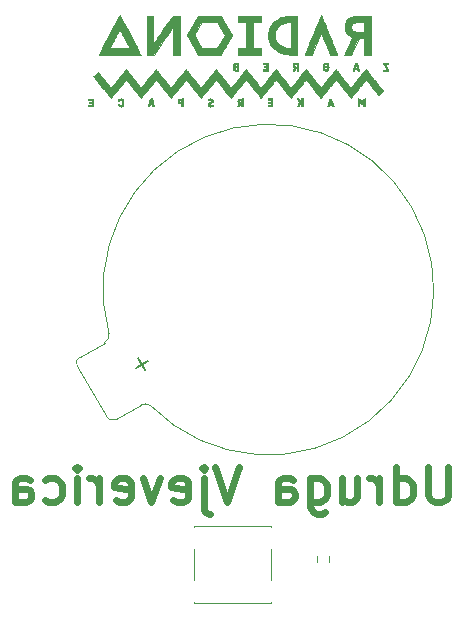
<source format=gbr>
%TF.GenerationSoftware,KiCad,Pcbnew,5.1.9+dfsg1-1~bpo10+1*%
%TF.CreationDate,2022-05-07T14:54:34+02:00*%
%TF.ProjectId,vjeverica-mirror,766a6576-6572-4696-9361-2d6d6972726f,rev?*%
%TF.SameCoordinates,Original*%
%TF.FileFunction,Legend,Bot*%
%TF.FilePolarity,Positive*%
%FSLAX46Y46*%
G04 Gerber Fmt 4.6, Leading zero omitted, Abs format (unit mm)*
G04 Created by KiCad (PCBNEW 5.1.9+dfsg1-1~bpo10+1) date 2022-05-07 14:54:34*
%MOMM*%
%LPD*%
G01*
G04 APERTURE LIST*
%ADD10C,0.600000*%
%ADD11C,0.010000*%
%ADD12C,0.120000*%
%ADD13C,0.150000*%
G04 APERTURE END LIST*
D10*
X159487142Y-109317142D02*
X159487142Y-111745714D01*
X159344285Y-112031428D01*
X159201428Y-112174285D01*
X158915714Y-112317142D01*
X158344285Y-112317142D01*
X158058571Y-112174285D01*
X157915714Y-112031428D01*
X157772857Y-111745714D01*
X157772857Y-109317142D01*
X155058571Y-112317142D02*
X155058571Y-109317142D01*
X155058571Y-112174285D02*
X155344285Y-112317142D01*
X155915714Y-112317142D01*
X156201428Y-112174285D01*
X156344285Y-112031428D01*
X156487142Y-111745714D01*
X156487142Y-110888571D01*
X156344285Y-110602857D01*
X156201428Y-110460000D01*
X155915714Y-110317142D01*
X155344285Y-110317142D01*
X155058571Y-110460000D01*
X153630000Y-112317142D02*
X153630000Y-110317142D01*
X153630000Y-110888571D02*
X153487142Y-110602857D01*
X153344285Y-110460000D01*
X153058571Y-110317142D01*
X152772857Y-110317142D01*
X150487142Y-110317142D02*
X150487142Y-112317142D01*
X151772857Y-110317142D02*
X151772857Y-111888571D01*
X151630000Y-112174285D01*
X151344285Y-112317142D01*
X150915714Y-112317142D01*
X150630000Y-112174285D01*
X150487142Y-112031428D01*
X147772857Y-110317142D02*
X147772857Y-112745714D01*
X147915714Y-113031428D01*
X148058571Y-113174285D01*
X148344285Y-113317142D01*
X148772857Y-113317142D01*
X149058571Y-113174285D01*
X147772857Y-112174285D02*
X148058571Y-112317142D01*
X148630000Y-112317142D01*
X148915714Y-112174285D01*
X149058571Y-112031428D01*
X149201428Y-111745714D01*
X149201428Y-110888571D01*
X149058571Y-110602857D01*
X148915714Y-110460000D01*
X148630000Y-110317142D01*
X148058571Y-110317142D01*
X147772857Y-110460000D01*
X145058571Y-112317142D02*
X145058571Y-110745714D01*
X145201428Y-110460000D01*
X145487142Y-110317142D01*
X146058571Y-110317142D01*
X146344285Y-110460000D01*
X145058571Y-112174285D02*
X145344285Y-112317142D01*
X146058571Y-112317142D01*
X146344285Y-112174285D01*
X146487142Y-111888571D01*
X146487142Y-111602857D01*
X146344285Y-111317142D01*
X146058571Y-111174285D01*
X145344285Y-111174285D01*
X145058571Y-111031428D01*
X141772857Y-109317142D02*
X140772857Y-112317142D01*
X139772857Y-109317142D01*
X138772857Y-110317142D02*
X138772857Y-112888571D01*
X138915714Y-113174285D01*
X139201428Y-113317142D01*
X139344285Y-113317142D01*
X138772857Y-109317142D02*
X138915714Y-109460000D01*
X138772857Y-109602857D01*
X138630000Y-109460000D01*
X138772857Y-109317142D01*
X138772857Y-109602857D01*
X136201428Y-112174285D02*
X136487142Y-112317142D01*
X137058571Y-112317142D01*
X137344285Y-112174285D01*
X137487142Y-111888571D01*
X137487142Y-110745714D01*
X137344285Y-110460000D01*
X137058571Y-110317142D01*
X136487142Y-110317142D01*
X136201428Y-110460000D01*
X136058571Y-110745714D01*
X136058571Y-111031428D01*
X137487142Y-111317142D01*
X135058571Y-110317142D02*
X134344285Y-112317142D01*
X133630000Y-110317142D01*
X131344285Y-112174285D02*
X131630000Y-112317142D01*
X132201428Y-112317142D01*
X132487142Y-112174285D01*
X132630000Y-111888571D01*
X132630000Y-110745714D01*
X132487142Y-110460000D01*
X132201428Y-110317142D01*
X131630000Y-110317142D01*
X131344285Y-110460000D01*
X131201428Y-110745714D01*
X131201428Y-111031428D01*
X132630000Y-111317142D01*
X129915714Y-112317142D02*
X129915714Y-110317142D01*
X129915714Y-110888571D02*
X129772857Y-110602857D01*
X129630000Y-110460000D01*
X129344285Y-110317142D01*
X129058571Y-110317142D01*
X128058571Y-112317142D02*
X128058571Y-110317142D01*
X128058571Y-109317142D02*
X128201428Y-109460000D01*
X128058571Y-109602857D01*
X127915714Y-109460000D01*
X128058571Y-109317142D01*
X128058571Y-109602857D01*
X125344285Y-112174285D02*
X125630000Y-112317142D01*
X126201428Y-112317142D01*
X126487142Y-112174285D01*
X126630000Y-112031428D01*
X126772857Y-111745714D01*
X126772857Y-110888571D01*
X126630000Y-110602857D01*
X126487142Y-110460000D01*
X126201428Y-110317142D01*
X125630000Y-110317142D01*
X125344285Y-110460000D01*
X122772857Y-112317142D02*
X122772857Y-110745714D01*
X122915714Y-110460000D01*
X123201428Y-110317142D01*
X123772857Y-110317142D01*
X124058571Y-110460000D01*
X122772857Y-112174285D02*
X123058571Y-112317142D01*
X123772857Y-112317142D01*
X124058571Y-112174285D01*
X124201428Y-111888571D01*
X124201428Y-111602857D01*
X124058571Y-111317142D01*
X123772857Y-111174285D01*
X123058571Y-111174285D01*
X122772857Y-111031428D01*
D11*
%TO.C,G\u002A\u002A\u002A*%
G36*
X139279750Y-78154973D02*
G01*
X139218837Y-78167861D01*
X139192195Y-78178758D01*
X139161843Y-78196140D01*
X139143977Y-78210044D01*
X139141964Y-78213683D01*
X139149248Y-78228829D01*
X139167108Y-78254202D01*
X139171205Y-78259413D01*
X139200382Y-78295876D01*
X139253186Y-78268938D01*
X139313776Y-78246565D01*
X139365348Y-78245004D01*
X139405299Y-78264280D01*
X139408600Y-78267400D01*
X139430938Y-78296467D01*
X139435728Y-78323775D01*
X139421514Y-78351349D01*
X139386837Y-78381219D01*
X139330240Y-78415412D01*
X139285445Y-78438701D01*
X139214608Y-78477716D01*
X139165397Y-78514306D01*
X139134742Y-78551969D01*
X139119568Y-78594201D01*
X139116500Y-78631047D01*
X139128050Y-78694920D01*
X139160381Y-78749119D01*
X139210017Y-78791501D01*
X139273483Y-78819925D01*
X139347301Y-78832247D01*
X139427996Y-78826325D01*
X139432052Y-78825531D01*
X139477387Y-78812631D01*
X139520442Y-78794186D01*
X139553676Y-78774001D01*
X139569439Y-78756233D01*
X139564920Y-78738865D01*
X139548448Y-78712653D01*
X139545058Y-78708326D01*
X139516550Y-78673002D01*
X139466240Y-78698801D01*
X139417005Y-78716670D01*
X139363542Y-78724602D01*
X139313804Y-78722497D01*
X139275745Y-78710252D01*
X139264519Y-78701374D01*
X139246525Y-78666198D01*
X139246629Y-78627565D01*
X139264712Y-78596041D01*
X139265725Y-78595147D01*
X139286735Y-78581357D01*
X139324286Y-78560495D01*
X139371847Y-78536112D01*
X139395900Y-78524398D01*
X139461663Y-78489592D01*
X139506246Y-78456568D01*
X139533153Y-78421123D01*
X139545890Y-78379052D01*
X139548253Y-78341640D01*
X139536141Y-78274812D01*
X139501985Y-78217137D01*
X139456342Y-78178431D01*
X139407998Y-78160246D01*
X139345969Y-78152431D01*
X139279750Y-78154973D01*
G37*
X139279750Y-78154973D02*
X139218837Y-78167861D01*
X139192195Y-78178758D01*
X139161843Y-78196140D01*
X139143977Y-78210044D01*
X139141964Y-78213683D01*
X139149248Y-78228829D01*
X139167108Y-78254202D01*
X139171205Y-78259413D01*
X139200382Y-78295876D01*
X139253186Y-78268938D01*
X139313776Y-78246565D01*
X139365348Y-78245004D01*
X139405299Y-78264280D01*
X139408600Y-78267400D01*
X139430938Y-78296467D01*
X139435728Y-78323775D01*
X139421514Y-78351349D01*
X139386837Y-78381219D01*
X139330240Y-78415412D01*
X139285445Y-78438701D01*
X139214608Y-78477716D01*
X139165397Y-78514306D01*
X139134742Y-78551969D01*
X139119568Y-78594201D01*
X139116500Y-78631047D01*
X139128050Y-78694920D01*
X139160381Y-78749119D01*
X139210017Y-78791501D01*
X139273483Y-78819925D01*
X139347301Y-78832247D01*
X139427996Y-78826325D01*
X139432052Y-78825531D01*
X139477387Y-78812631D01*
X139520442Y-78794186D01*
X139553676Y-78774001D01*
X139569439Y-78756233D01*
X139564920Y-78738865D01*
X139548448Y-78712653D01*
X139545058Y-78708326D01*
X139516550Y-78673002D01*
X139466240Y-78698801D01*
X139417005Y-78716670D01*
X139363542Y-78724602D01*
X139313804Y-78722497D01*
X139275745Y-78710252D01*
X139264519Y-78701374D01*
X139246525Y-78666198D01*
X139246629Y-78627565D01*
X139264712Y-78596041D01*
X139265725Y-78595147D01*
X139286735Y-78581357D01*
X139324286Y-78560495D01*
X139371847Y-78536112D01*
X139395900Y-78524398D01*
X139461663Y-78489592D01*
X139506246Y-78456568D01*
X139533153Y-78421123D01*
X139545890Y-78379052D01*
X139548253Y-78341640D01*
X139536141Y-78274812D01*
X139501985Y-78217137D01*
X139456342Y-78178431D01*
X139407998Y-78160246D01*
X139345969Y-78152431D01*
X139279750Y-78154973D01*
G36*
X131673448Y-78161871D02*
G01*
X131610196Y-78187379D01*
X131565152Y-78228415D01*
X131539813Y-78283770D01*
X131534600Y-78329684D01*
X131534600Y-78381700D01*
X131585799Y-78381700D01*
X131617192Y-78380235D01*
X131635126Y-78371720D01*
X131645901Y-78349978D01*
X131654642Y-78314188D01*
X131673391Y-78281327D01*
X131707911Y-78259687D01*
X131750812Y-78250063D01*
X131794704Y-78253246D01*
X131832198Y-78270031D01*
X131852198Y-78292982D01*
X131856808Y-78313886D01*
X131860661Y-78354779D01*
X131863417Y-78410250D01*
X131864735Y-78474893D01*
X131864800Y-78492951D01*
X131864567Y-78563493D01*
X131863440Y-78613181D01*
X131860776Y-78646558D01*
X131855932Y-78668169D01*
X131848267Y-78682557D01*
X131837138Y-78694268D01*
X131836225Y-78695093D01*
X131794310Y-78724188D01*
X131753140Y-78731637D01*
X131716715Y-78723928D01*
X131674206Y-78700132D01*
X131652594Y-78662441D01*
X131648900Y-78630184D01*
X131646650Y-78610092D01*
X131635349Y-78600573D01*
X131608173Y-78597735D01*
X131591750Y-78597600D01*
X131556636Y-78598522D01*
X131540008Y-78604973D01*
X131534954Y-78622484D01*
X131534600Y-78643305D01*
X131545883Y-78707579D01*
X131577665Y-78760509D01*
X131626847Y-78800145D01*
X131690331Y-78824539D01*
X131765018Y-78831743D01*
X131823900Y-78825209D01*
X131868529Y-78811798D01*
X131909547Y-78792062D01*
X131916166Y-78787697D01*
X131943030Y-78766157D01*
X131962737Y-78742604D01*
X131976367Y-78712833D01*
X131984999Y-78672645D01*
X131989713Y-78617836D01*
X131991588Y-78544206D01*
X131991800Y-78493257D01*
X131991375Y-78415511D01*
X131989794Y-78358512D01*
X131986597Y-78317617D01*
X131981327Y-78288182D01*
X131973524Y-78265566D01*
X131968238Y-78254818D01*
X131928231Y-78206362D01*
X131869580Y-78172735D01*
X131795181Y-78155309D01*
X131753407Y-78153100D01*
X131673448Y-78161871D01*
G37*
X131673448Y-78161871D02*
X131610196Y-78187379D01*
X131565152Y-78228415D01*
X131539813Y-78283770D01*
X131534600Y-78329684D01*
X131534600Y-78381700D01*
X131585799Y-78381700D01*
X131617192Y-78380235D01*
X131635126Y-78371720D01*
X131645901Y-78349978D01*
X131654642Y-78314188D01*
X131673391Y-78281327D01*
X131707911Y-78259687D01*
X131750812Y-78250063D01*
X131794704Y-78253246D01*
X131832198Y-78270031D01*
X131852198Y-78292982D01*
X131856808Y-78313886D01*
X131860661Y-78354779D01*
X131863417Y-78410250D01*
X131864735Y-78474893D01*
X131864800Y-78492951D01*
X131864567Y-78563493D01*
X131863440Y-78613181D01*
X131860776Y-78646558D01*
X131855932Y-78668169D01*
X131848267Y-78682557D01*
X131837138Y-78694268D01*
X131836225Y-78695093D01*
X131794310Y-78724188D01*
X131753140Y-78731637D01*
X131716715Y-78723928D01*
X131674206Y-78700132D01*
X131652594Y-78662441D01*
X131648900Y-78630184D01*
X131646650Y-78610092D01*
X131635349Y-78600573D01*
X131608173Y-78597735D01*
X131591750Y-78597600D01*
X131556636Y-78598522D01*
X131540008Y-78604973D01*
X131534954Y-78622484D01*
X131534600Y-78643305D01*
X131545883Y-78707579D01*
X131577665Y-78760509D01*
X131626847Y-78800145D01*
X131690331Y-78824539D01*
X131765018Y-78831743D01*
X131823900Y-78825209D01*
X131868529Y-78811798D01*
X131909547Y-78792062D01*
X131916166Y-78787697D01*
X131943030Y-78766157D01*
X131962737Y-78742604D01*
X131976367Y-78712833D01*
X131984999Y-78672645D01*
X131989713Y-78617836D01*
X131991588Y-78544206D01*
X131991800Y-78493257D01*
X131991375Y-78415511D01*
X131989794Y-78358512D01*
X131986597Y-78317617D01*
X131981327Y-78288182D01*
X131973524Y-78265566D01*
X131968238Y-78254818D01*
X131928231Y-78206362D01*
X131869580Y-78172735D01*
X131795181Y-78155309D01*
X131753407Y-78153100D01*
X131673448Y-78161871D01*
G36*
X151854600Y-78827660D02*
G01*
X151962550Y-78819850D01*
X151965330Y-78584900D01*
X151966264Y-78509728D01*
X151967174Y-78443122D01*
X151967997Y-78389325D01*
X151968667Y-78352579D01*
X151969110Y-78337250D01*
X151973784Y-78343619D01*
X151985928Y-78369833D01*
X152003869Y-78412037D01*
X152025935Y-78466379D01*
X152033898Y-78486475D01*
X152059498Y-78551041D01*
X152078201Y-78595657D01*
X152092408Y-78624010D01*
X152104520Y-78639786D01*
X152116939Y-78646673D01*
X152132066Y-78648357D01*
X152139365Y-78648400D01*
X152156244Y-78647781D01*
X152169397Y-78643454D01*
X152181201Y-78631717D01*
X152194032Y-78608863D01*
X152210267Y-78571190D01*
X152232282Y-78514993D01*
X152243247Y-78486475D01*
X152305450Y-78324550D01*
X152308894Y-78575375D01*
X152312337Y-78826200D01*
X152426100Y-78826200D01*
X152426100Y-78151939D01*
X152341977Y-78155694D01*
X152257853Y-78159450D01*
X152199102Y-78308608D01*
X152176440Y-78364942D01*
X152156796Y-78411534D01*
X152142124Y-78443909D01*
X152134376Y-78457593D01*
X152134000Y-78457767D01*
X152127227Y-78446658D01*
X152113293Y-78416315D01*
X152094150Y-78371211D01*
X152071752Y-78315821D01*
X152068904Y-78308608D01*
X152010157Y-78159450D01*
X151932379Y-78155668D01*
X151854600Y-78151887D01*
X151854600Y-78827660D01*
G37*
X151854600Y-78827660D02*
X151962550Y-78819850D01*
X151965330Y-78584900D01*
X151966264Y-78509728D01*
X151967174Y-78443122D01*
X151967997Y-78389325D01*
X151968667Y-78352579D01*
X151969110Y-78337250D01*
X151973784Y-78343619D01*
X151985928Y-78369833D01*
X152003869Y-78412037D01*
X152025935Y-78466379D01*
X152033898Y-78486475D01*
X152059498Y-78551041D01*
X152078201Y-78595657D01*
X152092408Y-78624010D01*
X152104520Y-78639786D01*
X152116939Y-78646673D01*
X152132066Y-78648357D01*
X152139365Y-78648400D01*
X152156244Y-78647781D01*
X152169397Y-78643454D01*
X152181201Y-78631717D01*
X152194032Y-78608863D01*
X152210267Y-78571190D01*
X152232282Y-78514993D01*
X152243247Y-78486475D01*
X152305450Y-78324550D01*
X152308894Y-78575375D01*
X152312337Y-78826200D01*
X152426100Y-78826200D01*
X152426100Y-78151939D01*
X152341977Y-78155694D01*
X152257853Y-78159450D01*
X152199102Y-78308608D01*
X152176440Y-78364942D01*
X152156796Y-78411534D01*
X152142124Y-78443909D01*
X152134376Y-78457593D01*
X152134000Y-78457767D01*
X152127227Y-78446658D01*
X152113293Y-78416315D01*
X152094150Y-78371211D01*
X152071752Y-78315821D01*
X152068904Y-78308608D01*
X152010157Y-78159450D01*
X151932379Y-78155668D01*
X151854600Y-78151887D01*
X151854600Y-78827660D01*
G36*
X149439804Y-78157946D02*
G01*
X149427672Y-78166837D01*
X149424293Y-78174745D01*
X149419002Y-78193013D01*
X149407757Y-78231994D01*
X149391622Y-78287992D01*
X149371662Y-78357311D01*
X149348943Y-78436253D01*
X149333580Y-78489650D01*
X149309678Y-78572739D01*
X149287876Y-78648512D01*
X149269238Y-78713282D01*
X149254823Y-78763360D01*
X149245694Y-78795061D01*
X149243122Y-78803975D01*
X149242764Y-78817285D01*
X149255335Y-78823956D01*
X149286243Y-78826114D01*
X149299634Y-78826200D01*
X149362580Y-78826200D01*
X149385051Y-78743184D01*
X149407522Y-78660169D01*
X149515973Y-78663809D01*
X149624424Y-78667450D01*
X149647766Y-78746825D01*
X149671109Y-78826200D01*
X149727805Y-78826200D01*
X149761704Y-78825564D01*
X149781872Y-78823957D01*
X149784333Y-78823025D01*
X149780812Y-78810516D01*
X149770963Y-78776837D01*
X149755724Y-78725155D01*
X149736030Y-78658637D01*
X149712818Y-78580453D01*
X149703332Y-78548573D01*
X149587274Y-78548573D01*
X149586994Y-78560562D01*
X149571262Y-78567030D01*
X149538476Y-78571255D01*
X149510701Y-78572200D01*
X149468936Y-78570484D01*
X149447526Y-78564436D01*
X149441600Y-78552973D01*
X149444856Y-78530918D01*
X149453439Y-78493695D01*
X149465577Y-78447458D01*
X149479499Y-78398359D01*
X149493429Y-78352551D01*
X149505597Y-78316187D01*
X149514229Y-78295421D01*
X149516562Y-78292800D01*
X149523564Y-78304186D01*
X149534303Y-78334234D01*
X149547156Y-78376778D01*
X149560502Y-78425650D01*
X149572718Y-78474684D01*
X149582182Y-78517714D01*
X149587274Y-78548573D01*
X149703332Y-78548573D01*
X149687024Y-78493769D01*
X149685797Y-78489650D01*
X149587428Y-78159450D01*
X149509204Y-78155695D01*
X149464943Y-78154689D01*
X149439804Y-78157946D01*
G37*
X149439804Y-78157946D02*
X149427672Y-78166837D01*
X149424293Y-78174745D01*
X149419002Y-78193013D01*
X149407757Y-78231994D01*
X149391622Y-78287992D01*
X149371662Y-78357311D01*
X149348943Y-78436253D01*
X149333580Y-78489650D01*
X149309678Y-78572739D01*
X149287876Y-78648512D01*
X149269238Y-78713282D01*
X149254823Y-78763360D01*
X149245694Y-78795061D01*
X149243122Y-78803975D01*
X149242764Y-78817285D01*
X149255335Y-78823956D01*
X149286243Y-78826114D01*
X149299634Y-78826200D01*
X149362580Y-78826200D01*
X149385051Y-78743184D01*
X149407522Y-78660169D01*
X149515973Y-78663809D01*
X149624424Y-78667450D01*
X149647766Y-78746825D01*
X149671109Y-78826200D01*
X149727805Y-78826200D01*
X149761704Y-78825564D01*
X149781872Y-78823957D01*
X149784333Y-78823025D01*
X149780812Y-78810516D01*
X149770963Y-78776837D01*
X149755724Y-78725155D01*
X149736030Y-78658637D01*
X149712818Y-78580453D01*
X149703332Y-78548573D01*
X149587274Y-78548573D01*
X149586994Y-78560562D01*
X149571262Y-78567030D01*
X149538476Y-78571255D01*
X149510701Y-78572200D01*
X149468936Y-78570484D01*
X149447526Y-78564436D01*
X149441600Y-78552973D01*
X149444856Y-78530918D01*
X149453439Y-78493695D01*
X149465577Y-78447458D01*
X149479499Y-78398359D01*
X149493429Y-78352551D01*
X149505597Y-78316187D01*
X149514229Y-78295421D01*
X149516562Y-78292800D01*
X149523564Y-78304186D01*
X149534303Y-78334234D01*
X149547156Y-78376778D01*
X149560502Y-78425650D01*
X149572718Y-78474684D01*
X149582182Y-78517714D01*
X149587274Y-78548573D01*
X149703332Y-78548573D01*
X149687024Y-78493769D01*
X149685797Y-78489650D01*
X149587428Y-78159450D01*
X149509204Y-78155695D01*
X149464943Y-78154689D01*
X149439804Y-78157946D01*
G36*
X147038505Y-78315025D02*
G01*
X147034950Y-78476950D01*
X146809166Y-78153100D01*
X146745884Y-78153100D01*
X146708982Y-78153767D01*
X146692826Y-78157470D01*
X146692766Y-78166759D01*
X146700026Y-78178260D01*
X146714524Y-78199189D01*
X146739440Y-78235152D01*
X146770724Y-78280304D01*
X146791581Y-78310406D01*
X146865712Y-78417392D01*
X146793148Y-78580521D01*
X146765167Y-78643542D01*
X146739459Y-78701661D01*
X146718520Y-78749219D01*
X146704847Y-78780557D01*
X146702972Y-78784925D01*
X146685360Y-78826200D01*
X146821729Y-78826200D01*
X146888900Y-78673800D01*
X146914381Y-78617277D01*
X146936632Y-78570317D01*
X146953531Y-78537225D01*
X146962959Y-78522306D01*
X146963761Y-78521881D01*
X146974843Y-78531700D01*
X146994398Y-78556137D01*
X147006375Y-78572851D01*
X147024386Y-78601827D01*
X147034915Y-78629623D01*
X147039902Y-78664668D01*
X147041284Y-78715393D01*
X147041300Y-78724769D01*
X147041300Y-78826200D01*
X147168300Y-78826200D01*
X147168300Y-78153100D01*
X147042059Y-78153100D01*
X147038505Y-78315025D01*
G37*
X147038505Y-78315025D02*
X147034950Y-78476950D01*
X146809166Y-78153100D01*
X146745884Y-78153100D01*
X146708982Y-78153767D01*
X146692826Y-78157470D01*
X146692766Y-78166759D01*
X146700026Y-78178260D01*
X146714524Y-78199189D01*
X146739440Y-78235152D01*
X146770724Y-78280304D01*
X146791581Y-78310406D01*
X146865712Y-78417392D01*
X146793148Y-78580521D01*
X146765167Y-78643542D01*
X146739459Y-78701661D01*
X146718520Y-78749219D01*
X146704847Y-78780557D01*
X146702972Y-78784925D01*
X146685360Y-78826200D01*
X146821729Y-78826200D01*
X146888900Y-78673800D01*
X146914381Y-78617277D01*
X146936632Y-78570317D01*
X146953531Y-78537225D01*
X146962959Y-78522306D01*
X146963761Y-78521881D01*
X146974843Y-78531700D01*
X146994398Y-78556137D01*
X147006375Y-78572851D01*
X147024386Y-78601827D01*
X147034915Y-78629623D01*
X147039902Y-78664668D01*
X147041284Y-78715393D01*
X147041300Y-78724769D01*
X147041300Y-78826200D01*
X147168300Y-78826200D01*
X147168300Y-78153100D01*
X147042059Y-78153100D01*
X147038505Y-78315025D01*
G36*
X144196500Y-78254700D02*
G01*
X144475900Y-78254700D01*
X144475900Y-78432500D01*
X144260000Y-78432500D01*
X144260000Y-78534100D01*
X144477013Y-78534100D01*
X144473282Y-78626175D01*
X144469550Y-78718250D01*
X144196469Y-78718250D01*
X144196485Y-78772225D01*
X144196500Y-78826200D01*
X144602900Y-78826200D01*
X144602900Y-78153100D01*
X144196500Y-78153100D01*
X144196500Y-78254700D01*
G37*
X144196500Y-78254700D02*
X144475900Y-78254700D01*
X144475900Y-78432500D01*
X144260000Y-78432500D01*
X144260000Y-78534100D01*
X144477013Y-78534100D01*
X144473282Y-78626175D01*
X144469550Y-78718250D01*
X144196469Y-78718250D01*
X144196485Y-78772225D01*
X144196500Y-78826200D01*
X144602900Y-78826200D01*
X144602900Y-78153100D01*
X144196500Y-78153100D01*
X144196500Y-78254700D01*
G36*
X141938749Y-78155151D02*
G01*
X141868910Y-78157845D01*
X141819008Y-78161427D01*
X141783578Y-78166782D01*
X141757158Y-78174794D01*
X141734283Y-78186346D01*
X141730056Y-78188909D01*
X141686537Y-78229106D01*
X141658736Y-78282243D01*
X141646585Y-78342451D01*
X141650011Y-78403857D01*
X141668944Y-78460590D01*
X141703313Y-78506780D01*
X141734159Y-78528504D01*
X141769946Y-78547010D01*
X141700523Y-78678177D01*
X141673251Y-78730387D01*
X141651015Y-78774253D01*
X141636181Y-78805016D01*
X141631100Y-78817772D01*
X141642524Y-78822595D01*
X141671709Y-78825645D01*
X141694138Y-78826200D01*
X141757176Y-78826200D01*
X141824313Y-78696025D01*
X141853717Y-78639890D01*
X141875017Y-78602685D01*
X141891331Y-78580553D01*
X141905777Y-78569636D01*
X141921472Y-78566078D01*
X141929550Y-78565850D01*
X141967650Y-78565850D01*
X141971270Y-78696025D01*
X141974889Y-78826200D01*
X142101000Y-78826200D01*
X142101000Y-78254700D01*
X141974000Y-78254700D01*
X141974000Y-78470600D01*
X141901794Y-78470600D01*
X141853942Y-78468053D01*
X141822159Y-78458788D01*
X141800194Y-78442986D01*
X141775731Y-78404136D01*
X141770171Y-78357252D01*
X141783416Y-78311152D01*
X141801973Y-78285872D01*
X141826195Y-78266760D01*
X141855408Y-78257366D01*
X141899320Y-78254710D01*
X141903573Y-78254700D01*
X141974000Y-78254700D01*
X142101000Y-78254700D01*
X142101000Y-78150096D01*
X141938749Y-78155151D01*
G37*
X141938749Y-78155151D02*
X141868910Y-78157845D01*
X141819008Y-78161427D01*
X141783578Y-78166782D01*
X141757158Y-78174794D01*
X141734283Y-78186346D01*
X141730056Y-78188909D01*
X141686537Y-78229106D01*
X141658736Y-78282243D01*
X141646585Y-78342451D01*
X141650011Y-78403857D01*
X141668944Y-78460590D01*
X141703313Y-78506780D01*
X141734159Y-78528504D01*
X141769946Y-78547010D01*
X141700523Y-78678177D01*
X141673251Y-78730387D01*
X141651015Y-78774253D01*
X141636181Y-78805016D01*
X141631100Y-78817772D01*
X141642524Y-78822595D01*
X141671709Y-78825645D01*
X141694138Y-78826200D01*
X141757176Y-78826200D01*
X141824313Y-78696025D01*
X141853717Y-78639890D01*
X141875017Y-78602685D01*
X141891331Y-78580553D01*
X141905777Y-78569636D01*
X141921472Y-78566078D01*
X141929550Y-78565850D01*
X141967650Y-78565850D01*
X141971270Y-78696025D01*
X141974889Y-78826200D01*
X142101000Y-78826200D01*
X142101000Y-78254700D01*
X141974000Y-78254700D01*
X141974000Y-78470600D01*
X141901794Y-78470600D01*
X141853942Y-78468053D01*
X141822159Y-78458788D01*
X141800194Y-78442986D01*
X141775731Y-78404136D01*
X141770171Y-78357252D01*
X141783416Y-78311152D01*
X141801973Y-78285872D01*
X141826195Y-78266760D01*
X141855408Y-78257366D01*
X141899320Y-78254710D01*
X141903573Y-78254700D01*
X141974000Y-78254700D01*
X142101000Y-78254700D01*
X142101000Y-78150096D01*
X141938749Y-78155151D01*
G36*
X136865425Y-78155390D02*
G01*
X136782297Y-78159517D01*
X136720272Y-78167057D01*
X136675111Y-78179744D01*
X136642573Y-78199308D01*
X136618419Y-78227483D01*
X136599234Y-78264119D01*
X136582279Y-78313986D01*
X136578503Y-78364205D01*
X136580481Y-78391201D01*
X136594196Y-78459453D01*
X136621033Y-78509414D01*
X136663744Y-78543437D01*
X136725078Y-78563881D01*
X136791747Y-78572200D01*
X136887650Y-78578550D01*
X136894920Y-78826200D01*
X137021000Y-78826200D01*
X137021000Y-78254700D01*
X136894000Y-78254700D01*
X136894000Y-78483300D01*
X136829923Y-78483300D01*
X136785229Y-78480250D01*
X136754872Y-78468794D01*
X136734673Y-78452127D01*
X136712631Y-78421664D01*
X136704071Y-78382866D01*
X136703500Y-78364149D01*
X136712217Y-78312453D01*
X136739030Y-78277621D01*
X136784932Y-78258807D01*
X136832213Y-78254700D01*
X136894000Y-78254700D01*
X137021000Y-78254700D01*
X137021000Y-78150488D01*
X136865425Y-78155390D01*
G37*
X136865425Y-78155390D02*
X136782297Y-78159517D01*
X136720272Y-78167057D01*
X136675111Y-78179744D01*
X136642573Y-78199308D01*
X136618419Y-78227483D01*
X136599234Y-78264119D01*
X136582279Y-78313986D01*
X136578503Y-78364205D01*
X136580481Y-78391201D01*
X136594196Y-78459453D01*
X136621033Y-78509414D01*
X136663744Y-78543437D01*
X136725078Y-78563881D01*
X136791747Y-78572200D01*
X136887650Y-78578550D01*
X136894920Y-78826200D01*
X137021000Y-78826200D01*
X137021000Y-78254700D01*
X136894000Y-78254700D01*
X136894000Y-78483300D01*
X136829923Y-78483300D01*
X136785229Y-78480250D01*
X136754872Y-78468794D01*
X136734673Y-78452127D01*
X136712631Y-78421664D01*
X136704071Y-78382866D01*
X136703500Y-78364149D01*
X136712217Y-78312453D01*
X136739030Y-78277621D01*
X136784932Y-78258807D01*
X136832213Y-78254700D01*
X136894000Y-78254700D01*
X137021000Y-78254700D01*
X137021000Y-78150488D01*
X136865425Y-78155390D01*
G36*
X134265517Y-78154107D02*
G01*
X134236703Y-78156736D01*
X134227000Y-78160048D01*
X134223637Y-78173019D01*
X134214289Y-78206512D01*
X134200070Y-78256662D01*
X134182094Y-78319603D01*
X134161474Y-78391469D01*
X134139325Y-78468394D01*
X134116759Y-78546514D01*
X134094890Y-78621961D01*
X134074833Y-78690871D01*
X134057700Y-78749378D01*
X134044605Y-78793616D01*
X134041496Y-78803975D01*
X134040922Y-78817206D01*
X134053166Y-78823883D01*
X134083599Y-78826094D01*
X134098655Y-78826200D01*
X134127885Y-78826193D01*
X134147598Y-78823295D01*
X134161021Y-78813184D01*
X134171384Y-78791539D01*
X134181915Y-78754040D01*
X134195841Y-78696366D01*
X134195924Y-78696025D01*
X134200781Y-78679411D01*
X134209084Y-78669134D01*
X134226118Y-78663670D01*
X134257170Y-78661500D01*
X134307526Y-78661101D01*
X134317277Y-78661100D01*
X134378138Y-78662632D01*
X134416152Y-78667135D01*
X134430150Y-78674463D01*
X134430200Y-78675020D01*
X134433544Y-78694211D01*
X134442152Y-78728879D01*
X134450152Y-78757570D01*
X134470103Y-78826200D01*
X134527710Y-78826200D01*
X134564906Y-78823813D01*
X134579609Y-78816143D01*
X134579400Y-78810325D01*
X134574375Y-78794275D01*
X134563264Y-78757231D01*
X134547073Y-78702593D01*
X134526803Y-78633756D01*
X134503460Y-78554118D01*
X134501790Y-78548397D01*
X134385883Y-78548397D01*
X134385384Y-78560093D01*
X134368662Y-78567605D01*
X134336641Y-78571400D01*
X134299143Y-78571505D01*
X134265989Y-78567948D01*
X134247004Y-78560756D01*
X134246176Y-78559703D01*
X134246095Y-78543371D01*
X134251769Y-78509815D01*
X134261589Y-78465223D01*
X134273943Y-78415782D01*
X134287223Y-78367681D01*
X134299818Y-78327108D01*
X134310116Y-78300251D01*
X134315627Y-78292800D01*
X134322854Y-78304196D01*
X134333706Y-78334267D01*
X134346570Y-78376830D01*
X134359832Y-78425705D01*
X134371880Y-78474712D01*
X134381102Y-78517669D01*
X134385883Y-78548397D01*
X134501790Y-78548397D01*
X134479997Y-78473775D01*
X134386512Y-78153100D01*
X134306756Y-78153100D01*
X134265517Y-78154107D01*
G37*
X134265517Y-78154107D02*
X134236703Y-78156736D01*
X134227000Y-78160048D01*
X134223637Y-78173019D01*
X134214289Y-78206512D01*
X134200070Y-78256662D01*
X134182094Y-78319603D01*
X134161474Y-78391469D01*
X134139325Y-78468394D01*
X134116759Y-78546514D01*
X134094890Y-78621961D01*
X134074833Y-78690871D01*
X134057700Y-78749378D01*
X134044605Y-78793616D01*
X134041496Y-78803975D01*
X134040922Y-78817206D01*
X134053166Y-78823883D01*
X134083599Y-78826094D01*
X134098655Y-78826200D01*
X134127885Y-78826193D01*
X134147598Y-78823295D01*
X134161021Y-78813184D01*
X134171384Y-78791539D01*
X134181915Y-78754040D01*
X134195841Y-78696366D01*
X134195924Y-78696025D01*
X134200781Y-78679411D01*
X134209084Y-78669134D01*
X134226118Y-78663670D01*
X134257170Y-78661500D01*
X134307526Y-78661101D01*
X134317277Y-78661100D01*
X134378138Y-78662632D01*
X134416152Y-78667135D01*
X134430150Y-78674463D01*
X134430200Y-78675020D01*
X134433544Y-78694211D01*
X134442152Y-78728879D01*
X134450152Y-78757570D01*
X134470103Y-78826200D01*
X134527710Y-78826200D01*
X134564906Y-78823813D01*
X134579609Y-78816143D01*
X134579400Y-78810325D01*
X134574375Y-78794275D01*
X134563264Y-78757231D01*
X134547073Y-78702593D01*
X134526803Y-78633756D01*
X134503460Y-78554118D01*
X134501790Y-78548397D01*
X134385883Y-78548397D01*
X134385384Y-78560093D01*
X134368662Y-78567605D01*
X134336641Y-78571400D01*
X134299143Y-78571505D01*
X134265989Y-78567948D01*
X134247004Y-78560756D01*
X134246176Y-78559703D01*
X134246095Y-78543371D01*
X134251769Y-78509815D01*
X134261589Y-78465223D01*
X134273943Y-78415782D01*
X134287223Y-78367681D01*
X134299818Y-78327108D01*
X134310116Y-78300251D01*
X134315627Y-78292800D01*
X134322854Y-78304196D01*
X134333706Y-78334267D01*
X134346570Y-78376830D01*
X134359832Y-78425705D01*
X134371880Y-78474712D01*
X134381102Y-78517669D01*
X134385883Y-78548397D01*
X134501790Y-78548397D01*
X134479997Y-78473775D01*
X134386512Y-78153100D01*
X134306756Y-78153100D01*
X134265517Y-78154107D01*
G36*
X129018518Y-78253854D02*
G01*
X129305750Y-78261050D01*
X129309506Y-78346775D01*
X129313261Y-78432500D01*
X129083500Y-78432500D01*
X129083500Y-78534100D01*
X129313213Y-78534100D01*
X129309482Y-78626175D01*
X129305750Y-78718250D01*
X129162134Y-78721847D01*
X129018518Y-78725445D01*
X129022434Y-78772647D01*
X129026350Y-78819850D01*
X129232937Y-78823340D01*
X129439523Y-78826831D01*
X129436137Y-78493140D01*
X129432750Y-78159450D01*
X129026350Y-78159450D01*
X129018518Y-78253854D01*
G37*
X129018518Y-78253854D02*
X129305750Y-78261050D01*
X129309506Y-78346775D01*
X129313261Y-78432500D01*
X129083500Y-78432500D01*
X129083500Y-78534100D01*
X129313213Y-78534100D01*
X129309482Y-78626175D01*
X129305750Y-78718250D01*
X129162134Y-78721847D01*
X129018518Y-78725445D01*
X129022434Y-78772647D01*
X129026350Y-78819850D01*
X129232937Y-78823340D01*
X129439523Y-78826831D01*
X129436137Y-78493140D01*
X129432750Y-78159450D01*
X129026350Y-78159450D01*
X129018518Y-78253854D01*
G36*
X144253933Y-76464004D02*
G01*
X144132672Y-76614483D01*
X144026347Y-76746000D01*
X143934145Y-76859522D01*
X143855255Y-76956017D01*
X143788863Y-77036451D01*
X143734159Y-77101792D01*
X143690329Y-77153007D01*
X143656562Y-77191063D01*
X143632046Y-77216928D01*
X143615967Y-77231567D01*
X143607515Y-77235950D01*
X143606233Y-77235274D01*
X143596381Y-77222843D01*
X143571834Y-77192176D01*
X143533836Y-77144818D01*
X143483627Y-77082313D01*
X143422449Y-77006204D01*
X143351544Y-76918035D01*
X143272153Y-76819352D01*
X143185518Y-76711697D01*
X143092880Y-76596615D01*
X142995480Y-76475650D01*
X142971652Y-76446061D01*
X142852672Y-76298498D01*
X142748588Y-76169817D01*
X142658534Y-76058988D01*
X142581639Y-75964977D01*
X142517036Y-75886754D01*
X142463855Y-75823287D01*
X142421228Y-75773544D01*
X142388285Y-75736494D01*
X142364159Y-75711104D01*
X142347980Y-75696342D01*
X142338879Y-75691178D01*
X142336652Y-75691948D01*
X142307694Y-75729511D01*
X142266351Y-75782047D01*
X142214085Y-75847760D01*
X142152363Y-75924856D01*
X142082648Y-76011539D01*
X142006403Y-76106014D01*
X141925095Y-76206486D01*
X141840185Y-76311159D01*
X141753140Y-76418239D01*
X141665423Y-76525929D01*
X141578499Y-76632435D01*
X141493831Y-76735962D01*
X141412883Y-76834714D01*
X141337121Y-76926896D01*
X141268008Y-77010713D01*
X141207009Y-77084369D01*
X141155588Y-77146070D01*
X141115208Y-77194019D01*
X141087335Y-77226423D01*
X141073432Y-77241485D01*
X141072136Y-77242325D01*
X141062994Y-77231079D01*
X141039166Y-77201551D01*
X141001874Y-77155260D01*
X140952341Y-77093726D01*
X140891790Y-77018468D01*
X140821442Y-76931007D01*
X140742519Y-76832860D01*
X140656245Y-76725549D01*
X140563840Y-76610591D01*
X140466529Y-76489508D01*
X140437069Y-76452848D01*
X140318684Y-76305681D01*
X140215153Y-76177349D01*
X140125568Y-76066770D01*
X140049018Y-75972865D01*
X139984595Y-75894551D01*
X139931389Y-75830748D01*
X139888491Y-75780374D01*
X139854991Y-75742349D01*
X139829980Y-75715590D01*
X139812549Y-75699018D01*
X139801789Y-75691550D01*
X139796969Y-75691830D01*
X139771967Y-75724576D01*
X139734128Y-75772858D01*
X139684929Y-75834865D01*
X139625847Y-75908783D01*
X139558359Y-75992801D01*
X139483942Y-76085107D01*
X139404074Y-76183888D01*
X139320231Y-76287332D01*
X139233892Y-76393627D01*
X139146532Y-76500960D01*
X139059629Y-76607520D01*
X138974661Y-76711495D01*
X138893103Y-76811071D01*
X138816435Y-76904438D01*
X138746132Y-76989781D01*
X138683672Y-77065291D01*
X138630532Y-77129153D01*
X138588189Y-77179557D01*
X138558120Y-77214689D01*
X138541803Y-77232738D01*
X138539283Y-77234800D01*
X138529379Y-77224449D01*
X138504824Y-77195814D01*
X138466867Y-77150421D01*
X138416756Y-77089794D01*
X138355739Y-77015460D01*
X138285064Y-76928942D01*
X138205980Y-76831767D01*
X138119734Y-76725460D01*
X138027575Y-76611545D01*
X137930751Y-76491548D01*
X137913733Y-76470425D01*
X137816075Y-76349244D01*
X137722804Y-76233621D01*
X137635182Y-76125112D01*
X137554465Y-76025271D01*
X137481914Y-75935650D01*
X137418788Y-75857804D01*
X137366345Y-75793287D01*
X137325845Y-75743652D01*
X137298546Y-75710454D01*
X137285709Y-75695246D01*
X137285083Y-75694588D01*
X137279371Y-75694871D01*
X137268210Y-75702793D01*
X137250667Y-75719459D01*
X137225811Y-75745975D01*
X137192709Y-75783448D01*
X137150430Y-75832984D01*
X137098042Y-75895688D01*
X137034612Y-75972667D01*
X136959208Y-76065026D01*
X136870900Y-76173873D01*
X136768753Y-76300311D01*
X136651838Y-76445449D01*
X136640894Y-76459050D01*
X136542250Y-76581391D01*
X136448032Y-76697729D01*
X136359468Y-76806578D01*
X136277787Y-76906452D01*
X136204216Y-76995867D01*
X136139985Y-77073336D01*
X136086320Y-77137374D01*
X136044452Y-77186494D01*
X136015607Y-77219212D01*
X136001013Y-77234042D01*
X135999572Y-77234773D01*
X135989629Y-77224390D01*
X135965036Y-77195724D01*
X135927043Y-77150302D01*
X135876899Y-77089650D01*
X135815852Y-77015294D01*
X135745153Y-76928761D01*
X135666049Y-76831577D01*
X135579792Y-76725267D01*
X135487629Y-76611359D01*
X135390811Y-76491378D01*
X135374150Y-76470701D01*
X135276509Y-76349551D01*
X135183247Y-76233955D01*
X135095626Y-76125466D01*
X135014905Y-76025641D01*
X134942346Y-75936035D01*
X134879209Y-75858203D01*
X134826754Y-75793699D01*
X134786242Y-75744079D01*
X134758933Y-75710899D01*
X134746089Y-75695714D01*
X134745473Y-75695069D01*
X134739920Y-75695036D01*
X134729354Y-75702120D01*
X134712820Y-75717453D01*
X134689364Y-75742163D01*
X134658033Y-75777384D01*
X134617874Y-75824244D01*
X134567933Y-75883875D01*
X134507257Y-75957409D01*
X134434891Y-76045974D01*
X134349883Y-76150702D01*
X134251278Y-76272725D01*
X134138124Y-76413172D01*
X134101087Y-76459206D01*
X134002464Y-76581551D01*
X133908263Y-76697891D01*
X133819712Y-76806741D01*
X133738040Y-76906613D01*
X133664475Y-76996023D01*
X133600246Y-77073484D01*
X133546581Y-77137511D01*
X133504708Y-77186618D01*
X133475856Y-77219319D01*
X133461254Y-77234128D01*
X133459810Y-77234853D01*
X133449863Y-77224469D01*
X133425245Y-77195791D01*
X133387192Y-77150327D01*
X133336939Y-77089586D01*
X133275721Y-77015075D01*
X133204774Y-76928304D01*
X133125333Y-76830781D01*
X133038634Y-76724015D01*
X132945912Y-76609513D01*
X132848401Y-76488786D01*
X132820025Y-76453595D01*
X132193953Y-75676909D01*
X132158648Y-75718029D01*
X132145082Y-75734456D01*
X132116946Y-75769041D01*
X132075571Y-75820134D01*
X132022285Y-75886084D01*
X131958421Y-75965242D01*
X131885309Y-76055958D01*
X131804278Y-76156581D01*
X131716659Y-76265464D01*
X131623782Y-76380954D01*
X131528970Y-76498925D01*
X131433088Y-76618091D01*
X131341721Y-76731314D01*
X131256125Y-76837056D01*
X131177558Y-76933780D01*
X131107276Y-77019950D01*
X131046536Y-77094028D01*
X130996595Y-77154478D01*
X130958709Y-77199762D01*
X130934135Y-77228344D01*
X130924131Y-77238687D01*
X130924058Y-77238700D01*
X130914462Y-77229061D01*
X130890380Y-77201267D01*
X130853192Y-77156998D01*
X130804277Y-77097935D01*
X130745014Y-77025758D01*
X130676782Y-76942147D01*
X130600961Y-76848784D01*
X130518929Y-76747350D01*
X130432065Y-76639524D01*
X130416029Y-76619575D01*
X130327799Y-76509863D01*
X130243712Y-76405481D01*
X130165213Y-76308210D01*
X130093745Y-76219829D01*
X130030751Y-76142117D01*
X129977674Y-76076856D01*
X129935956Y-76025824D01*
X129907042Y-75990801D01*
X129892374Y-75973568D01*
X129891545Y-75972683D01*
X129864550Y-75944916D01*
X129661912Y-76107524D01*
X129600564Y-76157140D01*
X129546319Y-76201753D01*
X129502200Y-76238814D01*
X129471229Y-76265776D01*
X129456430Y-76280093D01*
X129455628Y-76281340D01*
X129462863Y-76292588D01*
X129484750Y-76321863D01*
X129519930Y-76367476D01*
X129567043Y-76427736D01*
X129624732Y-76500952D01*
X129691636Y-76585433D01*
X129766397Y-76679489D01*
X129847656Y-76781429D01*
X129934054Y-76889563D01*
X130024233Y-77002199D01*
X130116833Y-77117648D01*
X130210496Y-77234219D01*
X130303862Y-77350220D01*
X130395573Y-77463962D01*
X130484270Y-77573753D01*
X130568594Y-77677903D01*
X130647186Y-77774721D01*
X130718688Y-77862517D01*
X130781739Y-77939601D01*
X130834982Y-78004280D01*
X130877057Y-78054865D01*
X130906606Y-78089666D01*
X130922270Y-78106990D01*
X130924365Y-78108650D01*
X130933681Y-78098988D01*
X130957657Y-78071003D01*
X130995071Y-78026191D01*
X131044699Y-77966050D01*
X131105318Y-77892076D01*
X131175707Y-77805767D01*
X131254641Y-77708620D01*
X131340897Y-77602133D01*
X131433253Y-77487802D01*
X131530487Y-77367125D01*
X131560088Y-77330327D01*
X131658502Y-77208138D01*
X131752404Y-77091933D01*
X131840572Y-76983199D01*
X131921784Y-76883426D01*
X131994820Y-76794102D01*
X132058457Y-76716717D01*
X132111474Y-76652759D01*
X132152649Y-76603718D01*
X132180761Y-76571081D01*
X132194587Y-76556338D01*
X132195766Y-76555627D01*
X132205091Y-76565857D01*
X132229096Y-76594381D01*
X132266556Y-76639690D01*
X132316242Y-76700275D01*
X132376926Y-76774631D01*
X132447380Y-76861248D01*
X132526377Y-76958619D01*
X132612689Y-77065237D01*
X132705088Y-77179593D01*
X132802347Y-77300180D01*
X132829553Y-77333950D01*
X132927898Y-77455942D01*
X133021698Y-77572090D01*
X133109729Y-77680890D01*
X133190764Y-77780837D01*
X133263579Y-77870426D01*
X133326948Y-77948151D01*
X133379646Y-78012508D01*
X133420447Y-78061993D01*
X133448126Y-78095100D01*
X133461457Y-78110324D01*
X133462444Y-78111175D01*
X133471603Y-78101913D01*
X133495420Y-78074313D01*
X133532677Y-78029864D01*
X133582155Y-77970055D01*
X133642637Y-77896375D01*
X133712905Y-77810313D01*
X133791741Y-77713358D01*
X133877927Y-77607000D01*
X133970245Y-77492728D01*
X134067478Y-77372031D01*
X134098914Y-77332938D01*
X134197451Y-77210541D01*
X134291480Y-77094124D01*
X134379781Y-76985173D01*
X134461135Y-76885177D01*
X134534321Y-76795622D01*
X134598121Y-76717995D01*
X134651313Y-76653783D01*
X134692680Y-76604473D01*
X134721001Y-76571554D01*
X134735056Y-76556511D01*
X134736335Y-76555712D01*
X134745664Y-76565933D01*
X134769666Y-76594453D01*
X134807114Y-76639763D01*
X134856780Y-76700356D01*
X134917437Y-76774724D01*
X134987857Y-76861357D01*
X135066813Y-76958748D01*
X135153078Y-77065388D01*
X135245424Y-77179769D01*
X135342623Y-77300383D01*
X135369643Y-77333950D01*
X135467924Y-77455963D01*
X135561668Y-77572130D01*
X135649649Y-77680945D01*
X135730643Y-77780902D01*
X135803424Y-77870496D01*
X135866766Y-77948220D01*
X135919443Y-78012570D01*
X135960231Y-78062039D01*
X135987904Y-78095122D01*
X136001236Y-78110313D01*
X136002222Y-78111153D01*
X136011415Y-78101887D01*
X136035263Y-78074280D01*
X136072548Y-78029823D01*
X136122050Y-77970004D01*
X136182551Y-77896314D01*
X136252834Y-77810241D01*
X136331680Y-77713274D01*
X136417871Y-77606905D01*
X136510188Y-77492621D01*
X136607414Y-77371912D01*
X136638797Y-77332877D01*
X136737316Y-77210476D01*
X136831325Y-77094056D01*
X136919604Y-76985104D01*
X137000934Y-76885107D01*
X137074095Y-76795553D01*
X137137869Y-76717928D01*
X137191036Y-76653720D01*
X137232377Y-76604416D01*
X137260673Y-76571503D01*
X137274704Y-76556469D01*
X137275974Y-76555673D01*
X137285284Y-76565900D01*
X137309267Y-76594424D01*
X137346699Y-76639739D01*
X137396350Y-76700335D01*
X137456994Y-76774704D01*
X137527404Y-76861339D01*
X137606352Y-76958730D01*
X137692612Y-77065370D01*
X137784955Y-77179749D01*
X137882156Y-77300361D01*
X137909195Y-77333950D01*
X138007484Y-77455961D01*
X138101241Y-77572124D01*
X138189240Y-77680933D01*
X138270254Y-77780882D01*
X138343059Y-77870466D01*
X138406428Y-77948179D01*
X138459134Y-78012517D01*
X138499953Y-78061973D01*
X138527658Y-78095043D01*
X138541023Y-78110220D01*
X138542018Y-78111056D01*
X138551242Y-78101772D01*
X138575115Y-78074145D01*
X138612419Y-78029665D01*
X138661936Y-77969822D01*
X138722446Y-77896105D01*
X138792731Y-77810006D01*
X138871573Y-77713013D01*
X138957753Y-77606619D01*
X139050052Y-77492311D01*
X139147253Y-77371581D01*
X139178511Y-77332684D01*
X139276989Y-77210277D01*
X139370953Y-77093854D01*
X139459183Y-76984901D01*
X139540462Y-76884908D01*
X139613571Y-76795360D01*
X139677291Y-76717746D01*
X139730405Y-76653552D01*
X139771693Y-76604265D01*
X139799937Y-76571374D01*
X139813919Y-76556365D01*
X139815173Y-76555578D01*
X139824439Y-76565822D01*
X139848377Y-76594372D01*
X139885762Y-76639724D01*
X139935373Y-76700372D01*
X139995985Y-76774810D01*
X140066376Y-76861533D01*
X140145323Y-76959036D01*
X140231602Y-77065814D01*
X140323990Y-77180360D01*
X140421264Y-77301169D01*
X140450715Y-77337784D01*
X141076755Y-78116318D01*
X141104771Y-78087084D01*
X141117092Y-78072665D01*
X141144020Y-78040044D01*
X141184261Y-77990820D01*
X141236516Y-77926594D01*
X141299489Y-77848966D01*
X141371884Y-77759536D01*
X141452403Y-77659906D01*
X141539750Y-77551675D01*
X141632628Y-77436444D01*
X141729740Y-77315814D01*
X141738139Y-77305375D01*
X141834918Y-77185225D01*
X141927147Y-77071016D01*
X142013585Y-76964267D01*
X142092988Y-76866499D01*
X142164114Y-76779233D01*
X142225721Y-76703990D01*
X142276567Y-76642291D01*
X142315409Y-76595655D01*
X142341004Y-76565603D01*
X142352111Y-76553657D01*
X142352421Y-76553513D01*
X142361586Y-76563274D01*
X142385412Y-76591363D01*
X142422680Y-76636283D01*
X142472172Y-76696539D01*
X142532670Y-76770633D01*
X142602955Y-76857069D01*
X142681808Y-76954350D01*
X142768012Y-77060981D01*
X142860347Y-77175464D01*
X142957596Y-77296303D01*
X142988880Y-77335230D01*
X143106470Y-77481458D01*
X143209234Y-77608916D01*
X143298129Y-77718738D01*
X143374108Y-77812058D01*
X143438126Y-77890009D01*
X143491140Y-77953724D01*
X143534103Y-78004339D01*
X143567970Y-78042985D01*
X143593698Y-78070797D01*
X143612240Y-78088909D01*
X143624551Y-78098454D01*
X143631587Y-78100566D01*
X143632948Y-78099792D01*
X143643385Y-78087472D01*
X143668490Y-78056921D01*
X143707004Y-78009691D01*
X143757667Y-77947337D01*
X143819220Y-77871414D01*
X143890405Y-77783476D01*
X143969962Y-77685077D01*
X144056633Y-77577771D01*
X144149159Y-77463113D01*
X144246281Y-77342658D01*
X144262719Y-77322261D01*
X144360292Y-77201334D01*
X144453401Y-77086247D01*
X144540799Y-76978521D01*
X144621239Y-76879677D01*
X144693477Y-76791237D01*
X144756267Y-76714721D01*
X144808362Y-76651651D01*
X144848517Y-76603550D01*
X144875485Y-76571937D01*
X144888022Y-76558334D01*
X144888650Y-76557915D01*
X144898404Y-76567053D01*
X144922782Y-76594550D01*
X144960560Y-76638915D01*
X145010512Y-76698659D01*
X145071413Y-76772293D01*
X145142036Y-76858328D01*
X145221157Y-76955274D01*
X145307550Y-77061641D01*
X145399990Y-77175941D01*
X145497251Y-77296683D01*
X145528196Y-77335197D01*
X145654675Y-77492433D01*
X145766005Y-77630237D01*
X145862673Y-77749192D01*
X145945167Y-77849884D01*
X146013973Y-77932896D01*
X146069580Y-77998812D01*
X146112475Y-78048215D01*
X146143146Y-78081691D01*
X146162080Y-78099823D01*
X146169546Y-78103459D01*
X146179618Y-78091800D01*
X146204319Y-78061852D01*
X146242403Y-78015154D01*
X146292627Y-77953248D01*
X146353746Y-77877674D01*
X146424516Y-77789972D01*
X146503694Y-77691684D01*
X146590034Y-77584349D01*
X146682293Y-77469509D01*
X146779226Y-77348703D01*
X146800000Y-77322794D01*
X146897587Y-77201314D01*
X146990732Y-77085832D01*
X147078200Y-76977852D01*
X147158757Y-76878876D01*
X147231166Y-76790407D01*
X147294194Y-76713947D01*
X147346606Y-76651000D01*
X147387166Y-76603066D01*
X147414639Y-76571651D01*
X147427791Y-76558255D01*
X147428650Y-76557877D01*
X147438452Y-76568074D01*
X147462908Y-76596557D01*
X147500771Y-76641802D01*
X147550795Y-76702288D01*
X147611735Y-76776493D01*
X147682343Y-76862895D01*
X147761373Y-76959970D01*
X147847579Y-77066198D01*
X147939715Y-77180055D01*
X148036534Y-77300019D01*
X148053904Y-77321574D01*
X148151624Y-77442815D01*
X148244975Y-77558532D01*
X148332695Y-77667167D01*
X148413523Y-77767163D01*
X148486196Y-77856962D01*
X148549454Y-77935006D01*
X148602035Y-77999740D01*
X148642679Y-78049604D01*
X148670122Y-78083043D01*
X148683105Y-78098498D01*
X148683754Y-78099196D01*
X148688936Y-78099967D01*
X148698277Y-78094633D01*
X148712767Y-78082025D01*
X148733396Y-78060969D01*
X148761152Y-78030293D01*
X148797026Y-77988825D01*
X148842005Y-77935393D01*
X148897081Y-77868825D01*
X148963241Y-77787949D01*
X149041476Y-77691592D01*
X149132774Y-77578583D01*
X149238125Y-77447749D01*
X149328501Y-77335296D01*
X149427026Y-77212760D01*
X149521022Y-77096112D01*
X149609270Y-76986848D01*
X149690552Y-76886467D01*
X149763649Y-76796463D01*
X149827344Y-76718333D01*
X149880417Y-76653575D01*
X149921651Y-76603685D01*
X149949828Y-76570159D01*
X149963727Y-76554494D01*
X149964952Y-76553498D01*
X149974121Y-76563072D01*
X149997935Y-76590988D01*
X150035175Y-76635750D01*
X150084623Y-76695863D01*
X150145060Y-76769830D01*
X150215268Y-76856157D01*
X150294030Y-76953347D01*
X150380127Y-77059905D01*
X150472340Y-77174335D01*
X150569452Y-77295141D01*
X150599952Y-77333142D01*
X150698295Y-77455616D01*
X150792070Y-77572205D01*
X150880061Y-77681410D01*
X150961054Y-77781733D01*
X151033834Y-77871675D01*
X151097186Y-77949738D01*
X151149896Y-78014424D01*
X151190749Y-78064233D01*
X151218530Y-78097669D01*
X151232024Y-78113231D01*
X151233112Y-78114192D01*
X151242005Y-78104665D01*
X151265578Y-78076823D01*
X151302612Y-78032158D01*
X151351891Y-77972167D01*
X151412197Y-77898343D01*
X151482312Y-77812180D01*
X151561018Y-77715173D01*
X151647100Y-77608816D01*
X151739338Y-77494604D01*
X151836515Y-77374031D01*
X151866222Y-77337125D01*
X151964716Y-77214826D01*
X152058682Y-77098348D01*
X152146896Y-76989195D01*
X152228135Y-76888872D01*
X152301174Y-76798885D01*
X152364789Y-76720738D01*
X152417757Y-76655938D01*
X152458853Y-76605989D01*
X152486854Y-76572397D01*
X152500535Y-76556667D01*
X152501652Y-76555660D01*
X152511018Y-76564683D01*
X152534887Y-76591924D01*
X152571917Y-76635750D01*
X152620766Y-76694528D01*
X152680093Y-76766623D01*
X152748555Y-76850404D01*
X152824810Y-76944236D01*
X152907517Y-77046486D01*
X152995333Y-77155521D01*
X153030593Y-77199428D01*
X153120049Y-77310765D01*
X153204883Y-77416070D01*
X153283754Y-77513698D01*
X153355321Y-77602000D01*
X153418245Y-77679332D01*
X153471183Y-77744047D01*
X153512796Y-77794500D01*
X153541743Y-77829043D01*
X153556683Y-77846031D01*
X153558418Y-77847542D01*
X153571851Y-77840180D01*
X153600844Y-77819260D01*
X153641803Y-77787741D01*
X153691133Y-77748581D01*
X153745243Y-77704738D01*
X153800538Y-77659171D01*
X153853425Y-77614838D01*
X153900310Y-77574699D01*
X153937601Y-77541711D01*
X153961703Y-77518833D01*
X153969150Y-77509381D01*
X153961360Y-77497514D01*
X153938734Y-77467291D01*
X153902388Y-77420124D01*
X153853438Y-77357423D01*
X153792999Y-77280600D01*
X153722189Y-77191064D01*
X153642122Y-77090227D01*
X153553915Y-76979499D01*
X153458684Y-76860291D01*
X153357545Y-76734015D01*
X153251614Y-76602079D01*
X153238900Y-76586266D01*
X152508650Y-75678107D01*
X152481772Y-75705928D01*
X152469550Y-75720233D01*
X152442780Y-75752724D01*
X152402789Y-75801759D01*
X152350904Y-75865697D01*
X152288451Y-75942896D01*
X152216759Y-76031714D01*
X152137153Y-76130509D01*
X152050960Y-76237639D01*
X151959508Y-76351463D01*
X151879391Y-76451300D01*
X151784262Y-76569871D01*
X151693089Y-76683437D01*
X151607224Y-76790319D01*
X151528019Y-76888837D01*
X151456825Y-76977314D01*
X151394994Y-77054069D01*
X151343878Y-77117424D01*
X151304827Y-77165700D01*
X151279194Y-77197218D01*
X151269111Y-77209408D01*
X151234334Y-77249967D01*
X150614192Y-76479875D01*
X150515944Y-76357856D01*
X150422151Y-76241341D01*
X150334056Y-76131878D01*
X150252905Y-76031014D01*
X150179940Y-75940296D01*
X150116408Y-75861272D01*
X150063551Y-75795489D01*
X150022613Y-75744494D01*
X149994841Y-75709835D01*
X149981476Y-75693058D01*
X149980579Y-75691903D01*
X149974905Y-75692343D01*
X149962778Y-75701634D01*
X149943319Y-75720821D01*
X149915650Y-75750947D01*
X149878891Y-75793057D01*
X149832163Y-75848194D01*
X149774587Y-75917402D01*
X149705284Y-76001726D01*
X149623375Y-76102209D01*
X149527981Y-76219894D01*
X149418223Y-76355828D01*
X149345579Y-76445993D01*
X149247240Y-76568151D01*
X149153365Y-76684792D01*
X149065196Y-76794374D01*
X148983972Y-76895351D01*
X148910937Y-76986181D01*
X148847331Y-77065319D01*
X148794395Y-77131220D01*
X148753371Y-77182341D01*
X148725501Y-77217138D01*
X148712024Y-77234066D01*
X148711071Y-77235296D01*
X148704777Y-77233093D01*
X148690120Y-77219959D01*
X148666585Y-77195268D01*
X148633653Y-77158390D01*
X148590809Y-77108697D01*
X148537536Y-77045561D01*
X148473317Y-76968354D01*
X148397636Y-76876446D01*
X148309975Y-76769211D01*
X148209818Y-76646020D01*
X148096649Y-76506244D01*
X147969950Y-76349255D01*
X147829205Y-76174424D01*
X147673896Y-75981125D01*
X147503509Y-75768727D01*
X147447329Y-75698637D01*
X147443101Y-75695083D01*
X147437264Y-75694666D01*
X147428764Y-75698617D01*
X147416548Y-75708169D01*
X147399562Y-75724555D01*
X147376751Y-75749006D01*
X147347061Y-75782754D01*
X147309439Y-75827034D01*
X147262830Y-75883076D01*
X147206182Y-75952113D01*
X147138438Y-76035378D01*
X147058547Y-76134102D01*
X146965453Y-76249519D01*
X146858103Y-76382861D01*
X146793723Y-76462892D01*
X146672847Y-76612996D01*
X146566885Y-76744162D01*
X146475004Y-76857381D01*
X146396372Y-76953646D01*
X146330155Y-77033949D01*
X146275522Y-77099280D01*
X146231640Y-77150632D01*
X146197675Y-77188997D01*
X146172796Y-77215366D01*
X146156169Y-77230732D01*
X146146962Y-77236085D01*
X146145039Y-77235516D01*
X146134915Y-77223268D01*
X146110156Y-77192791D01*
X146072031Y-77145658D01*
X146021807Y-77083444D01*
X145960755Y-77007723D01*
X145890142Y-76920070D01*
X145811238Y-76822058D01*
X145725311Y-76715263D01*
X145633630Y-76601258D01*
X145537464Y-76481619D01*
X145533511Y-76476700D01*
X145436887Y-76356467D01*
X145344483Y-76241500D01*
X145257595Y-76133409D01*
X145177518Y-76033807D01*
X145105548Y-75944303D01*
X145042981Y-75866510D01*
X144991112Y-75802038D01*
X144951237Y-75752499D01*
X144924653Y-75719505D01*
X144912654Y-75704666D01*
X144912567Y-75704560D01*
X144888650Y-75675370D01*
X144253933Y-76464004D01*
G37*
X144253933Y-76464004D02*
X144132672Y-76614483D01*
X144026347Y-76746000D01*
X143934145Y-76859522D01*
X143855255Y-76956017D01*
X143788863Y-77036451D01*
X143734159Y-77101792D01*
X143690329Y-77153007D01*
X143656562Y-77191063D01*
X143632046Y-77216928D01*
X143615967Y-77231567D01*
X143607515Y-77235950D01*
X143606233Y-77235274D01*
X143596381Y-77222843D01*
X143571834Y-77192176D01*
X143533836Y-77144818D01*
X143483627Y-77082313D01*
X143422449Y-77006204D01*
X143351544Y-76918035D01*
X143272153Y-76819352D01*
X143185518Y-76711697D01*
X143092880Y-76596615D01*
X142995480Y-76475650D01*
X142971652Y-76446061D01*
X142852672Y-76298498D01*
X142748588Y-76169817D01*
X142658534Y-76058988D01*
X142581639Y-75964977D01*
X142517036Y-75886754D01*
X142463855Y-75823287D01*
X142421228Y-75773544D01*
X142388285Y-75736494D01*
X142364159Y-75711104D01*
X142347980Y-75696342D01*
X142338879Y-75691178D01*
X142336652Y-75691948D01*
X142307694Y-75729511D01*
X142266351Y-75782047D01*
X142214085Y-75847760D01*
X142152363Y-75924856D01*
X142082648Y-76011539D01*
X142006403Y-76106014D01*
X141925095Y-76206486D01*
X141840185Y-76311159D01*
X141753140Y-76418239D01*
X141665423Y-76525929D01*
X141578499Y-76632435D01*
X141493831Y-76735962D01*
X141412883Y-76834714D01*
X141337121Y-76926896D01*
X141268008Y-77010713D01*
X141207009Y-77084369D01*
X141155588Y-77146070D01*
X141115208Y-77194019D01*
X141087335Y-77226423D01*
X141073432Y-77241485D01*
X141072136Y-77242325D01*
X141062994Y-77231079D01*
X141039166Y-77201551D01*
X141001874Y-77155260D01*
X140952341Y-77093726D01*
X140891790Y-77018468D01*
X140821442Y-76931007D01*
X140742519Y-76832860D01*
X140656245Y-76725549D01*
X140563840Y-76610591D01*
X140466529Y-76489508D01*
X140437069Y-76452848D01*
X140318684Y-76305681D01*
X140215153Y-76177349D01*
X140125568Y-76066770D01*
X140049018Y-75972865D01*
X139984595Y-75894551D01*
X139931389Y-75830748D01*
X139888491Y-75780374D01*
X139854991Y-75742349D01*
X139829980Y-75715590D01*
X139812549Y-75699018D01*
X139801789Y-75691550D01*
X139796969Y-75691830D01*
X139771967Y-75724576D01*
X139734128Y-75772858D01*
X139684929Y-75834865D01*
X139625847Y-75908783D01*
X139558359Y-75992801D01*
X139483942Y-76085107D01*
X139404074Y-76183888D01*
X139320231Y-76287332D01*
X139233892Y-76393627D01*
X139146532Y-76500960D01*
X139059629Y-76607520D01*
X138974661Y-76711495D01*
X138893103Y-76811071D01*
X138816435Y-76904438D01*
X138746132Y-76989781D01*
X138683672Y-77065291D01*
X138630532Y-77129153D01*
X138588189Y-77179557D01*
X138558120Y-77214689D01*
X138541803Y-77232738D01*
X138539283Y-77234800D01*
X138529379Y-77224449D01*
X138504824Y-77195814D01*
X138466867Y-77150421D01*
X138416756Y-77089794D01*
X138355739Y-77015460D01*
X138285064Y-76928942D01*
X138205980Y-76831767D01*
X138119734Y-76725460D01*
X138027575Y-76611545D01*
X137930751Y-76491548D01*
X137913733Y-76470425D01*
X137816075Y-76349244D01*
X137722804Y-76233621D01*
X137635182Y-76125112D01*
X137554465Y-76025271D01*
X137481914Y-75935650D01*
X137418788Y-75857804D01*
X137366345Y-75793287D01*
X137325845Y-75743652D01*
X137298546Y-75710454D01*
X137285709Y-75695246D01*
X137285083Y-75694588D01*
X137279371Y-75694871D01*
X137268210Y-75702793D01*
X137250667Y-75719459D01*
X137225811Y-75745975D01*
X137192709Y-75783448D01*
X137150430Y-75832984D01*
X137098042Y-75895688D01*
X137034612Y-75972667D01*
X136959208Y-76065026D01*
X136870900Y-76173873D01*
X136768753Y-76300311D01*
X136651838Y-76445449D01*
X136640894Y-76459050D01*
X136542250Y-76581391D01*
X136448032Y-76697729D01*
X136359468Y-76806578D01*
X136277787Y-76906452D01*
X136204216Y-76995867D01*
X136139985Y-77073336D01*
X136086320Y-77137374D01*
X136044452Y-77186494D01*
X136015607Y-77219212D01*
X136001013Y-77234042D01*
X135999572Y-77234773D01*
X135989629Y-77224390D01*
X135965036Y-77195724D01*
X135927043Y-77150302D01*
X135876899Y-77089650D01*
X135815852Y-77015294D01*
X135745153Y-76928761D01*
X135666049Y-76831577D01*
X135579792Y-76725267D01*
X135487629Y-76611359D01*
X135390811Y-76491378D01*
X135374150Y-76470701D01*
X135276509Y-76349551D01*
X135183247Y-76233955D01*
X135095626Y-76125466D01*
X135014905Y-76025641D01*
X134942346Y-75936035D01*
X134879209Y-75858203D01*
X134826754Y-75793699D01*
X134786242Y-75744079D01*
X134758933Y-75710899D01*
X134746089Y-75695714D01*
X134745473Y-75695069D01*
X134739920Y-75695036D01*
X134729354Y-75702120D01*
X134712820Y-75717453D01*
X134689364Y-75742163D01*
X134658033Y-75777384D01*
X134617874Y-75824244D01*
X134567933Y-75883875D01*
X134507257Y-75957409D01*
X134434891Y-76045974D01*
X134349883Y-76150702D01*
X134251278Y-76272725D01*
X134138124Y-76413172D01*
X134101087Y-76459206D01*
X134002464Y-76581551D01*
X133908263Y-76697891D01*
X133819712Y-76806741D01*
X133738040Y-76906613D01*
X133664475Y-76996023D01*
X133600246Y-77073484D01*
X133546581Y-77137511D01*
X133504708Y-77186618D01*
X133475856Y-77219319D01*
X133461254Y-77234128D01*
X133459810Y-77234853D01*
X133449863Y-77224469D01*
X133425245Y-77195791D01*
X133387192Y-77150327D01*
X133336939Y-77089586D01*
X133275721Y-77015075D01*
X133204774Y-76928304D01*
X133125333Y-76830781D01*
X133038634Y-76724015D01*
X132945912Y-76609513D01*
X132848401Y-76488786D01*
X132820025Y-76453595D01*
X132193953Y-75676909D01*
X132158648Y-75718029D01*
X132145082Y-75734456D01*
X132116946Y-75769041D01*
X132075571Y-75820134D01*
X132022285Y-75886084D01*
X131958421Y-75965242D01*
X131885309Y-76055958D01*
X131804278Y-76156581D01*
X131716659Y-76265464D01*
X131623782Y-76380954D01*
X131528970Y-76498925D01*
X131433088Y-76618091D01*
X131341721Y-76731314D01*
X131256125Y-76837056D01*
X131177558Y-76933780D01*
X131107276Y-77019950D01*
X131046536Y-77094028D01*
X130996595Y-77154478D01*
X130958709Y-77199762D01*
X130934135Y-77228344D01*
X130924131Y-77238687D01*
X130924058Y-77238700D01*
X130914462Y-77229061D01*
X130890380Y-77201267D01*
X130853192Y-77156998D01*
X130804277Y-77097935D01*
X130745014Y-77025758D01*
X130676782Y-76942147D01*
X130600961Y-76848784D01*
X130518929Y-76747350D01*
X130432065Y-76639524D01*
X130416029Y-76619575D01*
X130327799Y-76509863D01*
X130243712Y-76405481D01*
X130165213Y-76308210D01*
X130093745Y-76219829D01*
X130030751Y-76142117D01*
X129977674Y-76076856D01*
X129935956Y-76025824D01*
X129907042Y-75990801D01*
X129892374Y-75973568D01*
X129891545Y-75972683D01*
X129864550Y-75944916D01*
X129661912Y-76107524D01*
X129600564Y-76157140D01*
X129546319Y-76201753D01*
X129502200Y-76238814D01*
X129471229Y-76265776D01*
X129456430Y-76280093D01*
X129455628Y-76281340D01*
X129462863Y-76292588D01*
X129484750Y-76321863D01*
X129519930Y-76367476D01*
X129567043Y-76427736D01*
X129624732Y-76500952D01*
X129691636Y-76585433D01*
X129766397Y-76679489D01*
X129847656Y-76781429D01*
X129934054Y-76889563D01*
X130024233Y-77002199D01*
X130116833Y-77117648D01*
X130210496Y-77234219D01*
X130303862Y-77350220D01*
X130395573Y-77463962D01*
X130484270Y-77573753D01*
X130568594Y-77677903D01*
X130647186Y-77774721D01*
X130718688Y-77862517D01*
X130781739Y-77939601D01*
X130834982Y-78004280D01*
X130877057Y-78054865D01*
X130906606Y-78089666D01*
X130922270Y-78106990D01*
X130924365Y-78108650D01*
X130933681Y-78098988D01*
X130957657Y-78071003D01*
X130995071Y-78026191D01*
X131044699Y-77966050D01*
X131105318Y-77892076D01*
X131175707Y-77805767D01*
X131254641Y-77708620D01*
X131340897Y-77602133D01*
X131433253Y-77487802D01*
X131530487Y-77367125D01*
X131560088Y-77330327D01*
X131658502Y-77208138D01*
X131752404Y-77091933D01*
X131840572Y-76983199D01*
X131921784Y-76883426D01*
X131994820Y-76794102D01*
X132058457Y-76716717D01*
X132111474Y-76652759D01*
X132152649Y-76603718D01*
X132180761Y-76571081D01*
X132194587Y-76556338D01*
X132195766Y-76555627D01*
X132205091Y-76565857D01*
X132229096Y-76594381D01*
X132266556Y-76639690D01*
X132316242Y-76700275D01*
X132376926Y-76774631D01*
X132447380Y-76861248D01*
X132526377Y-76958619D01*
X132612689Y-77065237D01*
X132705088Y-77179593D01*
X132802347Y-77300180D01*
X132829553Y-77333950D01*
X132927898Y-77455942D01*
X133021698Y-77572090D01*
X133109729Y-77680890D01*
X133190764Y-77780837D01*
X133263579Y-77870426D01*
X133326948Y-77948151D01*
X133379646Y-78012508D01*
X133420447Y-78061993D01*
X133448126Y-78095100D01*
X133461457Y-78110324D01*
X133462444Y-78111175D01*
X133471603Y-78101913D01*
X133495420Y-78074313D01*
X133532677Y-78029864D01*
X133582155Y-77970055D01*
X133642637Y-77896375D01*
X133712905Y-77810313D01*
X133791741Y-77713358D01*
X133877927Y-77607000D01*
X133970245Y-77492728D01*
X134067478Y-77372031D01*
X134098914Y-77332938D01*
X134197451Y-77210541D01*
X134291480Y-77094124D01*
X134379781Y-76985173D01*
X134461135Y-76885177D01*
X134534321Y-76795622D01*
X134598121Y-76717995D01*
X134651313Y-76653783D01*
X134692680Y-76604473D01*
X134721001Y-76571554D01*
X134735056Y-76556511D01*
X134736335Y-76555712D01*
X134745664Y-76565933D01*
X134769666Y-76594453D01*
X134807114Y-76639763D01*
X134856780Y-76700356D01*
X134917437Y-76774724D01*
X134987857Y-76861357D01*
X135066813Y-76958748D01*
X135153078Y-77065388D01*
X135245424Y-77179769D01*
X135342623Y-77300383D01*
X135369643Y-77333950D01*
X135467924Y-77455963D01*
X135561668Y-77572130D01*
X135649649Y-77680945D01*
X135730643Y-77780902D01*
X135803424Y-77870496D01*
X135866766Y-77948220D01*
X135919443Y-78012570D01*
X135960231Y-78062039D01*
X135987904Y-78095122D01*
X136001236Y-78110313D01*
X136002222Y-78111153D01*
X136011415Y-78101887D01*
X136035263Y-78074280D01*
X136072548Y-78029823D01*
X136122050Y-77970004D01*
X136182551Y-77896314D01*
X136252834Y-77810241D01*
X136331680Y-77713274D01*
X136417871Y-77606905D01*
X136510188Y-77492621D01*
X136607414Y-77371912D01*
X136638797Y-77332877D01*
X136737316Y-77210476D01*
X136831325Y-77094056D01*
X136919604Y-76985104D01*
X137000934Y-76885107D01*
X137074095Y-76795553D01*
X137137869Y-76717928D01*
X137191036Y-76653720D01*
X137232377Y-76604416D01*
X137260673Y-76571503D01*
X137274704Y-76556469D01*
X137275974Y-76555673D01*
X137285284Y-76565900D01*
X137309267Y-76594424D01*
X137346699Y-76639739D01*
X137396350Y-76700335D01*
X137456994Y-76774704D01*
X137527404Y-76861339D01*
X137606352Y-76958730D01*
X137692612Y-77065370D01*
X137784955Y-77179749D01*
X137882156Y-77300361D01*
X137909195Y-77333950D01*
X138007484Y-77455961D01*
X138101241Y-77572124D01*
X138189240Y-77680933D01*
X138270254Y-77780882D01*
X138343059Y-77870466D01*
X138406428Y-77948179D01*
X138459134Y-78012517D01*
X138499953Y-78061973D01*
X138527658Y-78095043D01*
X138541023Y-78110220D01*
X138542018Y-78111056D01*
X138551242Y-78101772D01*
X138575115Y-78074145D01*
X138612419Y-78029665D01*
X138661936Y-77969822D01*
X138722446Y-77896105D01*
X138792731Y-77810006D01*
X138871573Y-77713013D01*
X138957753Y-77606619D01*
X139050052Y-77492311D01*
X139147253Y-77371581D01*
X139178511Y-77332684D01*
X139276989Y-77210277D01*
X139370953Y-77093854D01*
X139459183Y-76984901D01*
X139540462Y-76884908D01*
X139613571Y-76795360D01*
X139677291Y-76717746D01*
X139730405Y-76653552D01*
X139771693Y-76604265D01*
X139799937Y-76571374D01*
X139813919Y-76556365D01*
X139815173Y-76555578D01*
X139824439Y-76565822D01*
X139848377Y-76594372D01*
X139885762Y-76639724D01*
X139935373Y-76700372D01*
X139995985Y-76774810D01*
X140066376Y-76861533D01*
X140145323Y-76959036D01*
X140231602Y-77065814D01*
X140323990Y-77180360D01*
X140421264Y-77301169D01*
X140450715Y-77337784D01*
X141076755Y-78116318D01*
X141104771Y-78087084D01*
X141117092Y-78072665D01*
X141144020Y-78040044D01*
X141184261Y-77990820D01*
X141236516Y-77926594D01*
X141299489Y-77848966D01*
X141371884Y-77759536D01*
X141452403Y-77659906D01*
X141539750Y-77551675D01*
X141632628Y-77436444D01*
X141729740Y-77315814D01*
X141738139Y-77305375D01*
X141834918Y-77185225D01*
X141927147Y-77071016D01*
X142013585Y-76964267D01*
X142092988Y-76866499D01*
X142164114Y-76779233D01*
X142225721Y-76703990D01*
X142276567Y-76642291D01*
X142315409Y-76595655D01*
X142341004Y-76565603D01*
X142352111Y-76553657D01*
X142352421Y-76553513D01*
X142361586Y-76563274D01*
X142385412Y-76591363D01*
X142422680Y-76636283D01*
X142472172Y-76696539D01*
X142532670Y-76770633D01*
X142602955Y-76857069D01*
X142681808Y-76954350D01*
X142768012Y-77060981D01*
X142860347Y-77175464D01*
X142957596Y-77296303D01*
X142988880Y-77335230D01*
X143106470Y-77481458D01*
X143209234Y-77608916D01*
X143298129Y-77718738D01*
X143374108Y-77812058D01*
X143438126Y-77890009D01*
X143491140Y-77953724D01*
X143534103Y-78004339D01*
X143567970Y-78042985D01*
X143593698Y-78070797D01*
X143612240Y-78088909D01*
X143624551Y-78098454D01*
X143631587Y-78100566D01*
X143632948Y-78099792D01*
X143643385Y-78087472D01*
X143668490Y-78056921D01*
X143707004Y-78009691D01*
X143757667Y-77947337D01*
X143819220Y-77871414D01*
X143890405Y-77783476D01*
X143969962Y-77685077D01*
X144056633Y-77577771D01*
X144149159Y-77463113D01*
X144246281Y-77342658D01*
X144262719Y-77322261D01*
X144360292Y-77201334D01*
X144453401Y-77086247D01*
X144540799Y-76978521D01*
X144621239Y-76879677D01*
X144693477Y-76791237D01*
X144756267Y-76714721D01*
X144808362Y-76651651D01*
X144848517Y-76603550D01*
X144875485Y-76571937D01*
X144888022Y-76558334D01*
X144888650Y-76557915D01*
X144898404Y-76567053D01*
X144922782Y-76594550D01*
X144960560Y-76638915D01*
X145010512Y-76698659D01*
X145071413Y-76772293D01*
X145142036Y-76858328D01*
X145221157Y-76955274D01*
X145307550Y-77061641D01*
X145399990Y-77175941D01*
X145497251Y-77296683D01*
X145528196Y-77335197D01*
X145654675Y-77492433D01*
X145766005Y-77630237D01*
X145862673Y-77749192D01*
X145945167Y-77849884D01*
X146013973Y-77932896D01*
X146069580Y-77998812D01*
X146112475Y-78048215D01*
X146143146Y-78081691D01*
X146162080Y-78099823D01*
X146169546Y-78103459D01*
X146179618Y-78091800D01*
X146204319Y-78061852D01*
X146242403Y-78015154D01*
X146292627Y-77953248D01*
X146353746Y-77877674D01*
X146424516Y-77789972D01*
X146503694Y-77691684D01*
X146590034Y-77584349D01*
X146682293Y-77469509D01*
X146779226Y-77348703D01*
X146800000Y-77322794D01*
X146897587Y-77201314D01*
X146990732Y-77085832D01*
X147078200Y-76977852D01*
X147158757Y-76878876D01*
X147231166Y-76790407D01*
X147294194Y-76713947D01*
X147346606Y-76651000D01*
X147387166Y-76603066D01*
X147414639Y-76571651D01*
X147427791Y-76558255D01*
X147428650Y-76557877D01*
X147438452Y-76568074D01*
X147462908Y-76596557D01*
X147500771Y-76641802D01*
X147550795Y-76702288D01*
X147611735Y-76776493D01*
X147682343Y-76862895D01*
X147761373Y-76959970D01*
X147847579Y-77066198D01*
X147939715Y-77180055D01*
X148036534Y-77300019D01*
X148053904Y-77321574D01*
X148151624Y-77442815D01*
X148244975Y-77558532D01*
X148332695Y-77667167D01*
X148413523Y-77767163D01*
X148486196Y-77856962D01*
X148549454Y-77935006D01*
X148602035Y-77999740D01*
X148642679Y-78049604D01*
X148670122Y-78083043D01*
X148683105Y-78098498D01*
X148683754Y-78099196D01*
X148688936Y-78099967D01*
X148698277Y-78094633D01*
X148712767Y-78082025D01*
X148733396Y-78060969D01*
X148761152Y-78030293D01*
X148797026Y-77988825D01*
X148842005Y-77935393D01*
X148897081Y-77868825D01*
X148963241Y-77787949D01*
X149041476Y-77691592D01*
X149132774Y-77578583D01*
X149238125Y-77447749D01*
X149328501Y-77335296D01*
X149427026Y-77212760D01*
X149521022Y-77096112D01*
X149609270Y-76986848D01*
X149690552Y-76886467D01*
X149763649Y-76796463D01*
X149827344Y-76718333D01*
X149880417Y-76653575D01*
X149921651Y-76603685D01*
X149949828Y-76570159D01*
X149963727Y-76554494D01*
X149964952Y-76553498D01*
X149974121Y-76563072D01*
X149997935Y-76590988D01*
X150035175Y-76635750D01*
X150084623Y-76695863D01*
X150145060Y-76769830D01*
X150215268Y-76856157D01*
X150294030Y-76953347D01*
X150380127Y-77059905D01*
X150472340Y-77174335D01*
X150569452Y-77295141D01*
X150599952Y-77333142D01*
X150698295Y-77455616D01*
X150792070Y-77572205D01*
X150880061Y-77681410D01*
X150961054Y-77781733D01*
X151033834Y-77871675D01*
X151097186Y-77949738D01*
X151149896Y-78014424D01*
X151190749Y-78064233D01*
X151218530Y-78097669D01*
X151232024Y-78113231D01*
X151233112Y-78114192D01*
X151242005Y-78104665D01*
X151265578Y-78076823D01*
X151302612Y-78032158D01*
X151351891Y-77972167D01*
X151412197Y-77898343D01*
X151482312Y-77812180D01*
X151561018Y-77715173D01*
X151647100Y-77608816D01*
X151739338Y-77494604D01*
X151836515Y-77374031D01*
X151866222Y-77337125D01*
X151964716Y-77214826D01*
X152058682Y-77098348D01*
X152146896Y-76989195D01*
X152228135Y-76888872D01*
X152301174Y-76798885D01*
X152364789Y-76720738D01*
X152417757Y-76655938D01*
X152458853Y-76605989D01*
X152486854Y-76572397D01*
X152500535Y-76556667D01*
X152501652Y-76555660D01*
X152511018Y-76564683D01*
X152534887Y-76591924D01*
X152571917Y-76635750D01*
X152620766Y-76694528D01*
X152680093Y-76766623D01*
X152748555Y-76850404D01*
X152824810Y-76944236D01*
X152907517Y-77046486D01*
X152995333Y-77155521D01*
X153030593Y-77199428D01*
X153120049Y-77310765D01*
X153204883Y-77416070D01*
X153283754Y-77513698D01*
X153355321Y-77602000D01*
X153418245Y-77679332D01*
X153471183Y-77744047D01*
X153512796Y-77794500D01*
X153541743Y-77829043D01*
X153556683Y-77846031D01*
X153558418Y-77847542D01*
X153571851Y-77840180D01*
X153600844Y-77819260D01*
X153641803Y-77787741D01*
X153691133Y-77748581D01*
X153745243Y-77704738D01*
X153800538Y-77659171D01*
X153853425Y-77614838D01*
X153900310Y-77574699D01*
X153937601Y-77541711D01*
X153961703Y-77518833D01*
X153969150Y-77509381D01*
X153961360Y-77497514D01*
X153938734Y-77467291D01*
X153902388Y-77420124D01*
X153853438Y-77357423D01*
X153792999Y-77280600D01*
X153722189Y-77191064D01*
X153642122Y-77090227D01*
X153553915Y-76979499D01*
X153458684Y-76860291D01*
X153357545Y-76734015D01*
X153251614Y-76602079D01*
X153238900Y-76586266D01*
X152508650Y-75678107D01*
X152481772Y-75705928D01*
X152469550Y-75720233D01*
X152442780Y-75752724D01*
X152402789Y-75801759D01*
X152350904Y-75865697D01*
X152288451Y-75942896D01*
X152216759Y-76031714D01*
X152137153Y-76130509D01*
X152050960Y-76237639D01*
X151959508Y-76351463D01*
X151879391Y-76451300D01*
X151784262Y-76569871D01*
X151693089Y-76683437D01*
X151607224Y-76790319D01*
X151528019Y-76888837D01*
X151456825Y-76977314D01*
X151394994Y-77054069D01*
X151343878Y-77117424D01*
X151304827Y-77165700D01*
X151279194Y-77197218D01*
X151269111Y-77209408D01*
X151234334Y-77249967D01*
X150614192Y-76479875D01*
X150515944Y-76357856D01*
X150422151Y-76241341D01*
X150334056Y-76131878D01*
X150252905Y-76031014D01*
X150179940Y-75940296D01*
X150116408Y-75861272D01*
X150063551Y-75795489D01*
X150022613Y-75744494D01*
X149994841Y-75709835D01*
X149981476Y-75693058D01*
X149980579Y-75691903D01*
X149974905Y-75692343D01*
X149962778Y-75701634D01*
X149943319Y-75720821D01*
X149915650Y-75750947D01*
X149878891Y-75793057D01*
X149832163Y-75848194D01*
X149774587Y-75917402D01*
X149705284Y-76001726D01*
X149623375Y-76102209D01*
X149527981Y-76219894D01*
X149418223Y-76355828D01*
X149345579Y-76445993D01*
X149247240Y-76568151D01*
X149153365Y-76684792D01*
X149065196Y-76794374D01*
X148983972Y-76895351D01*
X148910937Y-76986181D01*
X148847331Y-77065319D01*
X148794395Y-77131220D01*
X148753371Y-77182341D01*
X148725501Y-77217138D01*
X148712024Y-77234066D01*
X148711071Y-77235296D01*
X148704777Y-77233093D01*
X148690120Y-77219959D01*
X148666585Y-77195268D01*
X148633653Y-77158390D01*
X148590809Y-77108697D01*
X148537536Y-77045561D01*
X148473317Y-76968354D01*
X148397636Y-76876446D01*
X148309975Y-76769211D01*
X148209818Y-76646020D01*
X148096649Y-76506244D01*
X147969950Y-76349255D01*
X147829205Y-76174424D01*
X147673896Y-75981125D01*
X147503509Y-75768727D01*
X147447329Y-75698637D01*
X147443101Y-75695083D01*
X147437264Y-75694666D01*
X147428764Y-75698617D01*
X147416548Y-75708169D01*
X147399562Y-75724555D01*
X147376751Y-75749006D01*
X147347061Y-75782754D01*
X147309439Y-75827034D01*
X147262830Y-75883076D01*
X147206182Y-75952113D01*
X147138438Y-76035378D01*
X147058547Y-76134102D01*
X146965453Y-76249519D01*
X146858103Y-76382861D01*
X146793723Y-76462892D01*
X146672847Y-76612996D01*
X146566885Y-76744162D01*
X146475004Y-76857381D01*
X146396372Y-76953646D01*
X146330155Y-77033949D01*
X146275522Y-77099280D01*
X146231640Y-77150632D01*
X146197675Y-77188997D01*
X146172796Y-77215366D01*
X146156169Y-77230732D01*
X146146962Y-77236085D01*
X146145039Y-77235516D01*
X146134915Y-77223268D01*
X146110156Y-77192791D01*
X146072031Y-77145658D01*
X146021807Y-77083444D01*
X145960755Y-77007723D01*
X145890142Y-76920070D01*
X145811238Y-76822058D01*
X145725311Y-76715263D01*
X145633630Y-76601258D01*
X145537464Y-76481619D01*
X145533511Y-76476700D01*
X145436887Y-76356467D01*
X145344483Y-76241500D01*
X145257595Y-76133409D01*
X145177518Y-76033807D01*
X145105548Y-75944303D01*
X145042981Y-75866510D01*
X144991112Y-75802038D01*
X144951237Y-75752499D01*
X144924653Y-75719505D01*
X144912654Y-75704666D01*
X144912567Y-75704560D01*
X144888650Y-75675370D01*
X144253933Y-76464004D01*
G36*
X149029379Y-75134685D02*
G01*
X148965218Y-75161915D01*
X148918994Y-75206191D01*
X148891700Y-75266766D01*
X148886548Y-75293524D01*
X148879456Y-75346400D01*
X148936691Y-75346400D01*
X148972400Y-75344930D01*
X148990568Y-75337571D01*
X148999011Y-75319892D01*
X149001239Y-75309830D01*
X149021416Y-75264050D01*
X149056654Y-75233843D01*
X149100854Y-75220739D01*
X149147914Y-75226266D01*
X149191733Y-75251952D01*
X149199949Y-75260048D01*
X149210348Y-75273411D01*
X149217519Y-75290369D01*
X149222051Y-75315540D01*
X149224531Y-75353543D01*
X149225546Y-75408995D01*
X149225700Y-75462386D01*
X149225442Y-75532774D01*
X149224217Y-75582555D01*
X149221352Y-75616519D01*
X149216171Y-75639457D01*
X149208000Y-75656161D01*
X149196291Y-75671273D01*
X149169417Y-75694914D01*
X149136385Y-75704446D01*
X149112651Y-75705463D01*
X149061363Y-75698038D01*
X149027841Y-75674261D01*
X149009949Y-75631878D01*
X149005666Y-75592738D01*
X149003450Y-75530550D01*
X149057425Y-75526644D01*
X149091269Y-75522896D01*
X149106829Y-75514044D01*
X149111197Y-75493830D01*
X149111400Y-75479019D01*
X149111400Y-75435300D01*
X148879846Y-75435300D01*
X148884836Y-75559529D01*
X148888274Y-75621387D01*
X148893546Y-75664257D01*
X148901946Y-75694544D01*
X148914770Y-75718653D01*
X148917899Y-75723185D01*
X148959840Y-75761909D01*
X149018129Y-75788723D01*
X149086135Y-75802538D01*
X149157229Y-75802268D01*
X149224778Y-75786826D01*
X149247281Y-75777181D01*
X149284111Y-75755064D01*
X149311533Y-75727718D01*
X149330820Y-75691346D01*
X149343245Y-75642147D01*
X149350079Y-75576325D01*
X149352596Y-75490080D01*
X149352700Y-75462534D01*
X149352250Y-75388095D01*
X149350519Y-75333923D01*
X149346942Y-75294892D01*
X149340948Y-75265878D01*
X149331972Y-75241758D01*
X149327130Y-75231764D01*
X149286599Y-75178923D01*
X149228100Y-75143995D01*
X149151711Y-75127017D01*
X149110485Y-75125246D01*
X149029379Y-75134685D01*
G37*
X149029379Y-75134685D02*
X148965218Y-75161915D01*
X148918994Y-75206191D01*
X148891700Y-75266766D01*
X148886548Y-75293524D01*
X148879456Y-75346400D01*
X148936691Y-75346400D01*
X148972400Y-75344930D01*
X148990568Y-75337571D01*
X148999011Y-75319892D01*
X149001239Y-75309830D01*
X149021416Y-75264050D01*
X149056654Y-75233843D01*
X149100854Y-75220739D01*
X149147914Y-75226266D01*
X149191733Y-75251952D01*
X149199949Y-75260048D01*
X149210348Y-75273411D01*
X149217519Y-75290369D01*
X149222051Y-75315540D01*
X149224531Y-75353543D01*
X149225546Y-75408995D01*
X149225700Y-75462386D01*
X149225442Y-75532774D01*
X149224217Y-75582555D01*
X149221352Y-75616519D01*
X149216171Y-75639457D01*
X149208000Y-75656161D01*
X149196291Y-75671273D01*
X149169417Y-75694914D01*
X149136385Y-75704446D01*
X149112651Y-75705463D01*
X149061363Y-75698038D01*
X149027841Y-75674261D01*
X149009949Y-75631878D01*
X149005666Y-75592738D01*
X149003450Y-75530550D01*
X149057425Y-75526644D01*
X149091269Y-75522896D01*
X149106829Y-75514044D01*
X149111197Y-75493830D01*
X149111400Y-75479019D01*
X149111400Y-75435300D01*
X148879846Y-75435300D01*
X148884836Y-75559529D01*
X148888274Y-75621387D01*
X148893546Y-75664257D01*
X148901946Y-75694544D01*
X148914770Y-75718653D01*
X148917899Y-75723185D01*
X148959840Y-75761909D01*
X149018129Y-75788723D01*
X149086135Y-75802538D01*
X149157229Y-75802268D01*
X149224778Y-75786826D01*
X149247281Y-75777181D01*
X149284111Y-75755064D01*
X149311533Y-75727718D01*
X149330820Y-75691346D01*
X149343245Y-75642147D01*
X149350079Y-75576325D01*
X149352596Y-75490080D01*
X149352700Y-75462534D01*
X149352250Y-75388095D01*
X149350519Y-75333923D01*
X149346942Y-75294892D01*
X149340948Y-75265878D01*
X149331972Y-75241758D01*
X149327130Y-75231764D01*
X149286599Y-75178923D01*
X149228100Y-75143995D01*
X149151711Y-75127017D01*
X149110485Y-75125246D01*
X149029379Y-75134685D01*
G36*
X153988200Y-75175366D02*
G01*
X153991849Y-75198475D01*
X154003652Y-75231451D01*
X154024894Y-75276987D01*
X154056861Y-75337775D01*
X154100837Y-75416506D01*
X154115922Y-75442908D01*
X154155190Y-75511657D01*
X154190270Y-75573620D01*
X154219126Y-75625157D01*
X154239723Y-75662628D01*
X154250027Y-75682395D01*
X154250631Y-75683791D01*
X154249878Y-75692015D01*
X154237533Y-75697397D01*
X154209777Y-75700482D01*
X154162791Y-75701815D01*
X154122909Y-75702000D01*
X153988200Y-75702000D01*
X153988200Y-75790900D01*
X154204100Y-75790900D01*
X154282740Y-75790775D01*
X154339530Y-75790118D01*
X154378021Y-75788503D01*
X154401762Y-75785502D01*
X154414306Y-75780691D01*
X154419200Y-75773644D01*
X154420000Y-75764994D01*
X154418921Y-75752274D01*
X154414739Y-75736564D01*
X154406036Y-75715080D01*
X154391395Y-75685032D01*
X154369400Y-75643635D01*
X154338632Y-75588102D01*
X154297674Y-75515647D01*
X154256079Y-75442679D01*
X154219446Y-75378328D01*
X154187603Y-75321973D01*
X154162529Y-75277152D01*
X154146204Y-75247405D01*
X154140600Y-75236304D01*
X154152426Y-75234578D01*
X154184403Y-75233195D01*
X154231286Y-75232322D01*
X154273950Y-75232100D01*
X154407300Y-75232100D01*
X154407300Y-75130500D01*
X153988200Y-75130500D01*
X153988200Y-75175366D01*
G37*
X153988200Y-75175366D02*
X153991849Y-75198475D01*
X154003652Y-75231451D01*
X154024894Y-75276987D01*
X154056861Y-75337775D01*
X154100837Y-75416506D01*
X154115922Y-75442908D01*
X154155190Y-75511657D01*
X154190270Y-75573620D01*
X154219126Y-75625157D01*
X154239723Y-75662628D01*
X154250027Y-75682395D01*
X154250631Y-75683791D01*
X154249878Y-75692015D01*
X154237533Y-75697397D01*
X154209777Y-75700482D01*
X154162791Y-75701815D01*
X154122909Y-75702000D01*
X153988200Y-75702000D01*
X153988200Y-75790900D01*
X154204100Y-75790900D01*
X154282740Y-75790775D01*
X154339530Y-75790118D01*
X154378021Y-75788503D01*
X154401762Y-75785502D01*
X154414306Y-75780691D01*
X154419200Y-75773644D01*
X154420000Y-75764994D01*
X154418921Y-75752274D01*
X154414739Y-75736564D01*
X154406036Y-75715080D01*
X154391395Y-75685032D01*
X154369400Y-75643635D01*
X154338632Y-75588102D01*
X154297674Y-75515647D01*
X154256079Y-75442679D01*
X154219446Y-75378328D01*
X154187603Y-75321973D01*
X154162529Y-75277152D01*
X154146204Y-75247405D01*
X154140600Y-75236304D01*
X154152426Y-75234578D01*
X154184403Y-75233195D01*
X154231286Y-75232322D01*
X154273950Y-75232100D01*
X154407300Y-75232100D01*
X154407300Y-75130500D01*
X153988200Y-75130500D01*
X153988200Y-75175366D01*
G36*
X151576827Y-75171199D02*
G01*
X151569369Y-75195632D01*
X151556130Y-75240209D01*
X151538363Y-75300663D01*
X151517318Y-75372731D01*
X151494248Y-75452149D01*
X151486258Y-75479750D01*
X151463280Y-75559141D01*
X151442405Y-75631188D01*
X151424762Y-75691997D01*
X151411480Y-75737675D01*
X151403690Y-75764330D01*
X151402401Y-75768675D01*
X151401826Y-75781918D01*
X151414090Y-75788594D01*
X151444566Y-75790797D01*
X151459388Y-75790900D01*
X151523086Y-75790900D01*
X151544598Y-75714231D01*
X151566110Y-75637563D01*
X151675430Y-75641206D01*
X151784750Y-75644850D01*
X151803234Y-75717875D01*
X151821717Y-75790900D01*
X151939905Y-75790900D01*
X151861860Y-75527008D01*
X151748806Y-75527008D01*
X151737941Y-75533740D01*
X151710526Y-75536485D01*
X151677656Y-75536900D01*
X151629327Y-75534531D01*
X151604141Y-75527584D01*
X151600600Y-75522081D01*
X151603834Y-75499109D01*
X151612371Y-75461971D01*
X151624470Y-75416523D01*
X151638387Y-75368621D01*
X151652380Y-75324121D01*
X151664705Y-75288881D01*
X151673620Y-75268755D01*
X151676680Y-75266448D01*
X151683615Y-75282622D01*
X151694718Y-75317152D01*
X151708023Y-75363746D01*
X151713560Y-75384500D01*
X151727110Y-75436045D01*
X151738792Y-75479987D01*
X151746690Y-75509142D01*
X151748250Y-75514675D01*
X151748806Y-75527008D01*
X151861860Y-75527008D01*
X151746471Y-75136850D01*
X151668361Y-75133099D01*
X151590250Y-75129348D01*
X151576827Y-75171199D01*
G37*
X151576827Y-75171199D02*
X151569369Y-75195632D01*
X151556130Y-75240209D01*
X151538363Y-75300663D01*
X151517318Y-75372731D01*
X151494248Y-75452149D01*
X151486258Y-75479750D01*
X151463280Y-75559141D01*
X151442405Y-75631188D01*
X151424762Y-75691997D01*
X151411480Y-75737675D01*
X151403690Y-75764330D01*
X151402401Y-75768675D01*
X151401826Y-75781918D01*
X151414090Y-75788594D01*
X151444566Y-75790797D01*
X151459388Y-75790900D01*
X151523086Y-75790900D01*
X151544598Y-75714231D01*
X151566110Y-75637563D01*
X151675430Y-75641206D01*
X151784750Y-75644850D01*
X151803234Y-75717875D01*
X151821717Y-75790900D01*
X151939905Y-75790900D01*
X151861860Y-75527008D01*
X151748806Y-75527008D01*
X151737941Y-75533740D01*
X151710526Y-75536485D01*
X151677656Y-75536900D01*
X151629327Y-75534531D01*
X151604141Y-75527584D01*
X151600600Y-75522081D01*
X151603834Y-75499109D01*
X151612371Y-75461971D01*
X151624470Y-75416523D01*
X151638387Y-75368621D01*
X151652380Y-75324121D01*
X151664705Y-75288881D01*
X151673620Y-75268755D01*
X151676680Y-75266448D01*
X151683615Y-75282622D01*
X151694718Y-75317152D01*
X151708023Y-75363746D01*
X151713560Y-75384500D01*
X151727110Y-75436045D01*
X151738792Y-75479987D01*
X151746690Y-75509142D01*
X151748250Y-75514675D01*
X151748806Y-75527008D01*
X151861860Y-75527008D01*
X151746471Y-75136850D01*
X151668361Y-75133099D01*
X151590250Y-75129348D01*
X151576827Y-75171199D01*
G36*
X146545350Y-75133540D02*
G01*
X146474418Y-75143479D01*
X146421348Y-75161546D01*
X146382689Y-75188969D01*
X146354992Y-75226976D01*
X146352345Y-75232100D01*
X146333790Y-75291215D01*
X146331919Y-75354359D01*
X146345281Y-75414673D01*
X146372421Y-75465296D01*
X146408594Y-75497578D01*
X146433210Y-75514275D01*
X146444274Y-75527107D01*
X146444320Y-75527605D01*
X146438966Y-75542257D01*
X146424386Y-75574530D01*
X146402906Y-75619427D01*
X146380785Y-75664130D01*
X146317169Y-75790900D01*
X146452699Y-75790900D01*
X146511159Y-75663900D01*
X146536949Y-75608449D01*
X146555444Y-75572071D01*
X146569931Y-75550746D01*
X146583694Y-75540454D01*
X146600020Y-75537174D01*
X146614960Y-75536900D01*
X146660300Y-75536900D01*
X146660300Y-75790900D01*
X146787300Y-75790900D01*
X146787300Y-75232100D01*
X146660300Y-75232100D01*
X146660300Y-75448000D01*
X146592163Y-75448000D01*
X146539258Y-75443739D01*
X146501666Y-75429425D01*
X146490563Y-75421678D01*
X146468194Y-75398443D01*
X146458602Y-75368982D01*
X146457100Y-75339128D01*
X146462910Y-75289082D01*
X146482482Y-75256380D01*
X146519031Y-75238310D01*
X146575773Y-75232164D01*
X146584100Y-75232100D01*
X146660300Y-75232100D01*
X146787300Y-75232100D01*
X146787300Y-75130500D01*
X146637591Y-75130500D01*
X146545350Y-75133540D01*
G37*
X146545350Y-75133540D02*
X146474418Y-75143479D01*
X146421348Y-75161546D01*
X146382689Y-75188969D01*
X146354992Y-75226976D01*
X146352345Y-75232100D01*
X146333790Y-75291215D01*
X146331919Y-75354359D01*
X146345281Y-75414673D01*
X146372421Y-75465296D01*
X146408594Y-75497578D01*
X146433210Y-75514275D01*
X146444274Y-75527107D01*
X146444320Y-75527605D01*
X146438966Y-75542257D01*
X146424386Y-75574530D01*
X146402906Y-75619427D01*
X146380785Y-75664130D01*
X146317169Y-75790900D01*
X146452699Y-75790900D01*
X146511159Y-75663900D01*
X146536949Y-75608449D01*
X146555444Y-75572071D01*
X146569931Y-75550746D01*
X146583694Y-75540454D01*
X146600020Y-75537174D01*
X146614960Y-75536900D01*
X146660300Y-75536900D01*
X146660300Y-75790900D01*
X146787300Y-75790900D01*
X146787300Y-75232100D01*
X146660300Y-75232100D01*
X146660300Y-75448000D01*
X146592163Y-75448000D01*
X146539258Y-75443739D01*
X146501666Y-75429425D01*
X146490563Y-75421678D01*
X146468194Y-75398443D01*
X146458602Y-75368982D01*
X146457100Y-75339128D01*
X146462910Y-75289082D01*
X146482482Y-75256380D01*
X146519031Y-75238310D01*
X146575773Y-75232164D01*
X146584100Y-75232100D01*
X146660300Y-75232100D01*
X146787300Y-75232100D01*
X146787300Y-75130500D01*
X146637591Y-75130500D01*
X146545350Y-75133540D01*
G36*
X143815500Y-75232100D02*
G01*
X144094900Y-75232100D01*
X144094900Y-75409900D01*
X143866300Y-75409900D01*
X143866300Y-75511500D01*
X144094900Y-75511500D01*
X144094900Y-75689300D01*
X143815500Y-75689300D01*
X143815500Y-75790900D01*
X144221900Y-75790900D01*
X144221900Y-75130500D01*
X143815500Y-75130500D01*
X143815500Y-75232100D01*
G37*
X143815500Y-75232100D02*
X144094900Y-75232100D01*
X144094900Y-75409900D01*
X143866300Y-75409900D01*
X143866300Y-75511500D01*
X144094900Y-75511500D01*
X144094900Y-75689300D01*
X143815500Y-75689300D01*
X143815500Y-75790900D01*
X144221900Y-75790900D01*
X144221900Y-75130500D01*
X143815500Y-75130500D01*
X143815500Y-75232100D01*
G36*
X141564425Y-75131216D02*
G01*
X141499257Y-75132737D01*
X141439651Y-75136333D01*
X141392393Y-75141462D01*
X141365590Y-75147091D01*
X141318478Y-75175494D01*
X141286863Y-75218483D01*
X141271042Y-75270292D01*
X141271314Y-75325156D01*
X141287979Y-75377309D01*
X141321336Y-75420985D01*
X141350345Y-75441180D01*
X141383450Y-75458664D01*
X141348531Y-75472065D01*
X141307907Y-75500279D01*
X141279572Y-75545196D01*
X141265349Y-75600374D01*
X141267061Y-75659375D01*
X141282056Y-75706988D01*
X141299820Y-75737846D01*
X141322120Y-75760234D01*
X141353035Y-75775441D01*
X141396646Y-75784759D01*
X141457034Y-75789479D01*
X141538278Y-75790891D01*
X141547335Y-75790900D01*
X141720000Y-75790900D01*
X141720000Y-75511500D01*
X141593000Y-75511500D01*
X141593000Y-75702000D01*
X141522573Y-75702000D01*
X141477133Y-75699738D01*
X141447136Y-75690966D01*
X141422875Y-75672705D01*
X141420973Y-75670827D01*
X141395801Y-75630794D01*
X141391093Y-75586589D01*
X141407192Y-75546177D01*
X141415200Y-75536900D01*
X141437485Y-75521387D01*
X141469526Y-75513573D01*
X141516800Y-75511500D01*
X141593000Y-75511500D01*
X141720000Y-75511500D01*
X141720000Y-75232100D01*
X141593000Y-75232100D01*
X141593000Y-75409900D01*
X141517722Y-75409900D01*
X141473411Y-75408484D01*
X141445912Y-75402369D01*
X141426710Y-75388748D01*
X141416122Y-75376437D01*
X141393377Y-75332203D01*
X141394590Y-75290003D01*
X141415200Y-75257500D01*
X141437485Y-75241987D01*
X141469526Y-75234173D01*
X141516800Y-75232100D01*
X141593000Y-75232100D01*
X141720000Y-75232100D01*
X141720000Y-75130500D01*
X141564425Y-75131216D01*
G37*
X141564425Y-75131216D02*
X141499257Y-75132737D01*
X141439651Y-75136333D01*
X141392393Y-75141462D01*
X141365590Y-75147091D01*
X141318478Y-75175494D01*
X141286863Y-75218483D01*
X141271042Y-75270292D01*
X141271314Y-75325156D01*
X141287979Y-75377309D01*
X141321336Y-75420985D01*
X141350345Y-75441180D01*
X141383450Y-75458664D01*
X141348531Y-75472065D01*
X141307907Y-75500279D01*
X141279572Y-75545196D01*
X141265349Y-75600374D01*
X141267061Y-75659375D01*
X141282056Y-75706988D01*
X141299820Y-75737846D01*
X141322120Y-75760234D01*
X141353035Y-75775441D01*
X141396646Y-75784759D01*
X141457034Y-75789479D01*
X141538278Y-75790891D01*
X141547335Y-75790900D01*
X141720000Y-75790900D01*
X141720000Y-75511500D01*
X141593000Y-75511500D01*
X141593000Y-75702000D01*
X141522573Y-75702000D01*
X141477133Y-75699738D01*
X141447136Y-75690966D01*
X141422875Y-75672705D01*
X141420973Y-75670827D01*
X141395801Y-75630794D01*
X141391093Y-75586589D01*
X141407192Y-75546177D01*
X141415200Y-75536900D01*
X141437485Y-75521387D01*
X141469526Y-75513573D01*
X141516800Y-75511500D01*
X141593000Y-75511500D01*
X141720000Y-75511500D01*
X141720000Y-75232100D01*
X141593000Y-75232100D01*
X141593000Y-75409900D01*
X141517722Y-75409900D01*
X141473411Y-75408484D01*
X141445912Y-75402369D01*
X141426710Y-75388748D01*
X141416122Y-75376437D01*
X141393377Y-75332203D01*
X141394590Y-75290003D01*
X141415200Y-75257500D01*
X141437485Y-75241987D01*
X141469526Y-75234173D01*
X141516800Y-75232100D01*
X141593000Y-75232100D01*
X141720000Y-75232100D01*
X141720000Y-75130500D01*
X141564425Y-75131216D01*
G36*
X152346725Y-71130392D02*
G01*
X152224373Y-71130747D01*
X152106627Y-71131604D01*
X151996605Y-71132905D01*
X151897423Y-71134589D01*
X151812199Y-71136598D01*
X151744051Y-71138873D01*
X151696095Y-71141354D01*
X151676800Y-71143104D01*
X151500491Y-71175167D01*
X151338921Y-71223419D01*
X151193464Y-71287058D01*
X151065492Y-71365282D01*
X150956377Y-71457289D01*
X150867492Y-71562274D01*
X150816357Y-71646285D01*
X150779623Y-71722092D01*
X150753062Y-71791130D01*
X150735176Y-71860278D01*
X150724464Y-71936416D01*
X150719427Y-72026425D01*
X150718487Y-72095200D01*
X150720887Y-72203789D01*
X150729762Y-72294746D01*
X150746625Y-72375348D01*
X150772990Y-72452873D01*
X150809584Y-72533029D01*
X150870389Y-72630508D01*
X150951180Y-72724358D01*
X151046568Y-72809813D01*
X151151162Y-72882103D01*
X151259575Y-72936462D01*
X151270400Y-72940721D01*
X151306298Y-72955505D01*
X151332054Y-72967984D01*
X151338166Y-72971960D01*
X151334952Y-72984885D01*
X151321908Y-73018739D01*
X151299952Y-73071438D01*
X151269999Y-73140895D01*
X151232964Y-73225026D01*
X151189765Y-73321744D01*
X151141316Y-73428965D01*
X151088534Y-73544602D01*
X151047566Y-73633625D01*
X150990663Y-73756886D01*
X150935992Y-73875366D01*
X150884659Y-73986667D01*
X150837768Y-74088391D01*
X150796426Y-74178138D01*
X150761735Y-74253512D01*
X150734802Y-74312113D01*
X150716731Y-74351544D01*
X150710457Y-74365325D01*
X150674563Y-74444700D01*
X151276850Y-74444700D01*
X151911534Y-73060400D01*
X152375300Y-73060400D01*
X152375300Y-74444700D01*
X152921400Y-74444700D01*
X152921400Y-72514300D01*
X152375648Y-72514300D01*
X152057306Y-72514300D01*
X151947754Y-72513908D01*
X151859922Y-72512608D01*
X151790140Y-72510215D01*
X151734737Y-72506543D01*
X151690045Y-72501406D01*
X151652394Y-72494617D01*
X151647558Y-72493543D01*
X151533107Y-72459784D01*
X151440074Y-72414810D01*
X151366513Y-72357370D01*
X151310479Y-72286213D01*
X151301724Y-72271165D01*
X151282626Y-72233751D01*
X151271298Y-72200743D01*
X151265776Y-72162978D01*
X151264099Y-72111296D01*
X151264050Y-72095200D01*
X151265080Y-72038586D01*
X151269471Y-71998188D01*
X151279172Y-71964860D01*
X151296136Y-71929457D01*
X151301502Y-71919640D01*
X151348780Y-71852290D01*
X151410897Y-71797212D01*
X151492750Y-71750179D01*
X151503396Y-71745211D01*
X151555371Y-71723907D01*
X151609888Y-71707263D01*
X151670653Y-71694847D01*
X151741369Y-71686226D01*
X151825740Y-71680970D01*
X151927470Y-71678645D01*
X152050264Y-71678819D01*
X152070656Y-71679033D01*
X152368950Y-71682450D01*
X152375648Y-72514300D01*
X152921400Y-72514300D01*
X152921400Y-71130000D01*
X152346725Y-71130392D01*
G37*
X152346725Y-71130392D02*
X152224373Y-71130747D01*
X152106627Y-71131604D01*
X151996605Y-71132905D01*
X151897423Y-71134589D01*
X151812199Y-71136598D01*
X151744051Y-71138873D01*
X151696095Y-71141354D01*
X151676800Y-71143104D01*
X151500491Y-71175167D01*
X151338921Y-71223419D01*
X151193464Y-71287058D01*
X151065492Y-71365282D01*
X150956377Y-71457289D01*
X150867492Y-71562274D01*
X150816357Y-71646285D01*
X150779623Y-71722092D01*
X150753062Y-71791130D01*
X150735176Y-71860278D01*
X150724464Y-71936416D01*
X150719427Y-72026425D01*
X150718487Y-72095200D01*
X150720887Y-72203789D01*
X150729762Y-72294746D01*
X150746625Y-72375348D01*
X150772990Y-72452873D01*
X150809584Y-72533029D01*
X150870389Y-72630508D01*
X150951180Y-72724358D01*
X151046568Y-72809813D01*
X151151162Y-72882103D01*
X151259575Y-72936462D01*
X151270400Y-72940721D01*
X151306298Y-72955505D01*
X151332054Y-72967984D01*
X151338166Y-72971960D01*
X151334952Y-72984885D01*
X151321908Y-73018739D01*
X151299952Y-73071438D01*
X151269999Y-73140895D01*
X151232964Y-73225026D01*
X151189765Y-73321744D01*
X151141316Y-73428965D01*
X151088534Y-73544602D01*
X151047566Y-73633625D01*
X150990663Y-73756886D01*
X150935992Y-73875366D01*
X150884659Y-73986667D01*
X150837768Y-74088391D01*
X150796426Y-74178138D01*
X150761735Y-74253512D01*
X150734802Y-74312113D01*
X150716731Y-74351544D01*
X150710457Y-74365325D01*
X150674563Y-74444700D01*
X151276850Y-74444700D01*
X151911534Y-73060400D01*
X152375300Y-73060400D01*
X152375300Y-74444700D01*
X152921400Y-74444700D01*
X152921400Y-72514300D01*
X152375648Y-72514300D01*
X152057306Y-72514300D01*
X151947754Y-72513908D01*
X151859922Y-72512608D01*
X151790140Y-72510215D01*
X151734737Y-72506543D01*
X151690045Y-72501406D01*
X151652394Y-72494617D01*
X151647558Y-72493543D01*
X151533107Y-72459784D01*
X151440074Y-72414810D01*
X151366513Y-72357370D01*
X151310479Y-72286213D01*
X151301724Y-72271165D01*
X151282626Y-72233751D01*
X151271298Y-72200743D01*
X151265776Y-72162978D01*
X151264099Y-72111296D01*
X151264050Y-72095200D01*
X151265080Y-72038586D01*
X151269471Y-71998188D01*
X151279172Y-71964860D01*
X151296136Y-71929457D01*
X151301502Y-71919640D01*
X151348780Y-71852290D01*
X151410897Y-71797212D01*
X151492750Y-71750179D01*
X151503396Y-71745211D01*
X151555371Y-71723907D01*
X151609888Y-71707263D01*
X151670653Y-71694847D01*
X151741369Y-71686226D01*
X151825740Y-71680970D01*
X151927470Y-71678645D01*
X152050264Y-71678819D01*
X152070656Y-71679033D01*
X152368950Y-71682450D01*
X152375648Y-72514300D01*
X152921400Y-72514300D01*
X152921400Y-71130000D01*
X152346725Y-71130392D01*
G36*
X148726101Y-71094493D02*
G01*
X148712269Y-71122014D01*
X148690053Y-71170679D01*
X148659355Y-71240720D01*
X148620078Y-71332370D01*
X148572123Y-71445862D01*
X148515394Y-71581428D01*
X148449793Y-71739301D01*
X148375222Y-71919714D01*
X148291584Y-72122898D01*
X148198782Y-72349088D01*
X148096717Y-72598515D01*
X148039377Y-72738883D01*
X147959062Y-72935603D01*
X147881340Y-73125976D01*
X147806759Y-73308667D01*
X147735862Y-73482339D01*
X147669196Y-73645656D01*
X147607305Y-73797283D01*
X147550735Y-73935882D01*
X147500031Y-74060118D01*
X147455739Y-74168654D01*
X147418405Y-74260154D01*
X147388572Y-74333283D01*
X147366787Y-74386703D01*
X147353596Y-74419079D01*
X147349547Y-74429054D01*
X147352316Y-74434201D01*
X147366850Y-74438038D01*
X147395591Y-74440668D01*
X147440984Y-74442193D01*
X147505472Y-74442715D01*
X147591501Y-74442338D01*
X147651700Y-74441754D01*
X147960193Y-74438350D01*
X148326198Y-73543000D01*
X148384863Y-73399362D01*
X148440826Y-73262096D01*
X148493326Y-73133085D01*
X148541602Y-73014208D01*
X148584892Y-72907348D01*
X148622436Y-72814386D01*
X148653472Y-72737204D01*
X148677241Y-72677683D01*
X148692980Y-72637705D01*
X148699928Y-72619150D01*
X148700117Y-72618521D01*
X148710691Y-72597779D01*
X148720734Y-72593627D01*
X148727397Y-72605786D01*
X148742812Y-72639710D01*
X148766230Y-72693607D01*
X148796901Y-72765684D01*
X148834079Y-72854152D01*
X148877014Y-72957216D01*
X148924957Y-73073086D01*
X148977161Y-73199970D01*
X149032876Y-73336077D01*
X149091353Y-73479613D01*
X149108278Y-73521280D01*
X149483121Y-74444700D01*
X149787692Y-74444700D01*
X149883397Y-74444591D01*
X149956604Y-74444122D01*
X150010214Y-74443075D01*
X150047128Y-74441235D01*
X150070247Y-74438386D01*
X150082473Y-74434312D01*
X150086708Y-74428796D01*
X150086098Y-74422475D01*
X150080654Y-74408267D01*
X150066173Y-74371894D01*
X150043203Y-74314711D01*
X150012294Y-74238074D01*
X149973996Y-74143338D01*
X149928859Y-74031858D01*
X149877432Y-73904991D01*
X149820266Y-73764092D01*
X149757908Y-73610515D01*
X149690911Y-73445618D01*
X149619822Y-73270755D01*
X149545192Y-73087281D01*
X149467570Y-72896553D01*
X149410179Y-72755600D01*
X149330718Y-72560463D01*
X149253818Y-72371596D01*
X149180031Y-72190356D01*
X149109910Y-72018098D01*
X149044007Y-71856180D01*
X148982872Y-71705957D01*
X148927059Y-71568788D01*
X148877120Y-71446028D01*
X148833605Y-71339034D01*
X148797068Y-71249164D01*
X148768060Y-71177772D01*
X148747133Y-71126217D01*
X148734840Y-71095854D01*
X148731646Y-71087883D01*
X148726101Y-71094493D01*
G37*
X148726101Y-71094493D02*
X148712269Y-71122014D01*
X148690053Y-71170679D01*
X148659355Y-71240720D01*
X148620078Y-71332370D01*
X148572123Y-71445862D01*
X148515394Y-71581428D01*
X148449793Y-71739301D01*
X148375222Y-71919714D01*
X148291584Y-72122898D01*
X148198782Y-72349088D01*
X148096717Y-72598515D01*
X148039377Y-72738883D01*
X147959062Y-72935603D01*
X147881340Y-73125976D01*
X147806759Y-73308667D01*
X147735862Y-73482339D01*
X147669196Y-73645656D01*
X147607305Y-73797283D01*
X147550735Y-73935882D01*
X147500031Y-74060118D01*
X147455739Y-74168654D01*
X147418405Y-74260154D01*
X147388572Y-74333283D01*
X147366787Y-74386703D01*
X147353596Y-74419079D01*
X147349547Y-74429054D01*
X147352316Y-74434201D01*
X147366850Y-74438038D01*
X147395591Y-74440668D01*
X147440984Y-74442193D01*
X147505472Y-74442715D01*
X147591501Y-74442338D01*
X147651700Y-74441754D01*
X147960193Y-74438350D01*
X148326198Y-73543000D01*
X148384863Y-73399362D01*
X148440826Y-73262096D01*
X148493326Y-73133085D01*
X148541602Y-73014208D01*
X148584892Y-72907348D01*
X148622436Y-72814386D01*
X148653472Y-72737204D01*
X148677241Y-72677683D01*
X148692980Y-72637705D01*
X148699928Y-72619150D01*
X148700117Y-72618521D01*
X148710691Y-72597779D01*
X148720734Y-72593627D01*
X148727397Y-72605786D01*
X148742812Y-72639710D01*
X148766230Y-72693607D01*
X148796901Y-72765684D01*
X148834079Y-72854152D01*
X148877014Y-72957216D01*
X148924957Y-73073086D01*
X148977161Y-73199970D01*
X149032876Y-73336077D01*
X149091353Y-73479613D01*
X149108278Y-73521280D01*
X149483121Y-74444700D01*
X149787692Y-74444700D01*
X149883397Y-74444591D01*
X149956604Y-74444122D01*
X150010214Y-74443075D01*
X150047128Y-74441235D01*
X150070247Y-74438386D01*
X150082473Y-74434312D01*
X150086708Y-74428796D01*
X150086098Y-74422475D01*
X150080654Y-74408267D01*
X150066173Y-74371894D01*
X150043203Y-74314711D01*
X150012294Y-74238074D01*
X149973996Y-74143338D01*
X149928859Y-74031858D01*
X149877432Y-73904991D01*
X149820266Y-73764092D01*
X149757908Y-73610515D01*
X149690911Y-73445618D01*
X149619822Y-73270755D01*
X149545192Y-73087281D01*
X149467570Y-72896553D01*
X149410179Y-72755600D01*
X149330718Y-72560463D01*
X149253818Y-72371596D01*
X149180031Y-72190356D01*
X149109910Y-72018098D01*
X149044007Y-71856180D01*
X148982872Y-71705957D01*
X148927059Y-71568788D01*
X148877120Y-71446028D01*
X148833605Y-71339034D01*
X148797068Y-71249164D01*
X148768060Y-71177772D01*
X148747133Y-71126217D01*
X148734840Y-71095854D01*
X148731646Y-71087883D01*
X148726101Y-71094493D01*
G36*
X146228274Y-71143425D02*
G01*
X146109732Y-71145935D01*
X146006862Y-71150727D01*
X145914816Y-71158301D01*
X145828746Y-71169155D01*
X145743806Y-71183787D01*
X145655147Y-71202697D01*
X145560654Y-71225689D01*
X145341340Y-71291706D01*
X145140445Y-71373547D01*
X144958469Y-71470890D01*
X144795912Y-71583409D01*
X144653275Y-71710780D01*
X144531057Y-71852679D01*
X144479245Y-71926695D01*
X144394251Y-72075921D01*
X144329288Y-72233127D01*
X144283635Y-72400989D01*
X144256567Y-72582188D01*
X144247359Y-72779401D01*
X144247352Y-72784917D01*
X144249563Y-72905834D01*
X144256964Y-73010596D01*
X144270591Y-73108105D01*
X144291480Y-73207264D01*
X144300839Y-73244550D01*
X144359454Y-73421144D01*
X144440020Y-73585592D01*
X144541908Y-73737387D01*
X144664490Y-73876019D01*
X144807140Y-74000978D01*
X144969230Y-74111757D01*
X145150131Y-74207846D01*
X145349217Y-74288736D01*
X145565860Y-74353918D01*
X145708945Y-74386265D01*
X145814466Y-74405620D01*
X145916880Y-74420536D01*
X146021671Y-74431457D01*
X146134323Y-74438824D01*
X146260320Y-74443079D01*
X146405145Y-74444664D01*
X146433906Y-74444700D01*
X146723800Y-74444700D01*
X146723800Y-72777561D01*
X146177700Y-72777561D01*
X146177605Y-72942828D01*
X146177329Y-73100795D01*
X146176886Y-73249617D01*
X146176289Y-73387454D01*
X146175554Y-73512463D01*
X146174693Y-73622802D01*
X146173722Y-73716629D01*
X146172653Y-73792101D01*
X146171502Y-73847376D01*
X146170282Y-73880611D01*
X146169234Y-73890133D01*
X146161218Y-73895180D01*
X146147085Y-73897603D01*
X146122835Y-73897190D01*
X146084471Y-73893730D01*
X146027996Y-73887009D01*
X145970696Y-73879617D01*
X145769369Y-73845242D01*
X145588279Y-73797224D01*
X145425806Y-73734864D01*
X145280332Y-73657457D01*
X145150236Y-73564302D01*
X145065118Y-73487024D01*
X145011275Y-73431617D01*
X144971233Y-73385445D01*
X144939552Y-73341163D01*
X144910790Y-73291425D01*
X144890202Y-73250900D01*
X144848811Y-73158157D01*
X144819695Y-73070474D01*
X144801246Y-72980219D01*
X144791854Y-72879764D01*
X144789816Y-72774650D01*
X144794504Y-72654145D01*
X144808411Y-72550231D01*
X144833287Y-72455223D01*
X144870882Y-72361433D01*
X144895006Y-72312574D01*
X144976577Y-72182700D01*
X145078998Y-72066773D01*
X145202563Y-71964516D01*
X145347567Y-71875651D01*
X145371250Y-71863426D01*
X145468726Y-71820752D01*
X145584847Y-71780600D01*
X145712875Y-71744713D01*
X145846068Y-71714833D01*
X145977684Y-71692701D01*
X146072925Y-71682101D01*
X146177700Y-71673456D01*
X146177700Y-72777561D01*
X146723800Y-72777561D01*
X146723800Y-71142700D01*
X146367336Y-71142700D01*
X146228274Y-71143425D01*
G37*
X146228274Y-71143425D02*
X146109732Y-71145935D01*
X146006862Y-71150727D01*
X145914816Y-71158301D01*
X145828746Y-71169155D01*
X145743806Y-71183787D01*
X145655147Y-71202697D01*
X145560654Y-71225689D01*
X145341340Y-71291706D01*
X145140445Y-71373547D01*
X144958469Y-71470890D01*
X144795912Y-71583409D01*
X144653275Y-71710780D01*
X144531057Y-71852679D01*
X144479245Y-71926695D01*
X144394251Y-72075921D01*
X144329288Y-72233127D01*
X144283635Y-72400989D01*
X144256567Y-72582188D01*
X144247359Y-72779401D01*
X144247352Y-72784917D01*
X144249563Y-72905834D01*
X144256964Y-73010596D01*
X144270591Y-73108105D01*
X144291480Y-73207264D01*
X144300839Y-73244550D01*
X144359454Y-73421144D01*
X144440020Y-73585592D01*
X144541908Y-73737387D01*
X144664490Y-73876019D01*
X144807140Y-74000978D01*
X144969230Y-74111757D01*
X145150131Y-74207846D01*
X145349217Y-74288736D01*
X145565860Y-74353918D01*
X145708945Y-74386265D01*
X145814466Y-74405620D01*
X145916880Y-74420536D01*
X146021671Y-74431457D01*
X146134323Y-74438824D01*
X146260320Y-74443079D01*
X146405145Y-74444664D01*
X146433906Y-74444700D01*
X146723800Y-74444700D01*
X146723800Y-72777561D01*
X146177700Y-72777561D01*
X146177605Y-72942828D01*
X146177329Y-73100795D01*
X146176886Y-73249617D01*
X146176289Y-73387454D01*
X146175554Y-73512463D01*
X146174693Y-73622802D01*
X146173722Y-73716629D01*
X146172653Y-73792101D01*
X146171502Y-73847376D01*
X146170282Y-73880611D01*
X146169234Y-73890133D01*
X146161218Y-73895180D01*
X146147085Y-73897603D01*
X146122835Y-73897190D01*
X146084471Y-73893730D01*
X146027996Y-73887009D01*
X145970696Y-73879617D01*
X145769369Y-73845242D01*
X145588279Y-73797224D01*
X145425806Y-73734864D01*
X145280332Y-73657457D01*
X145150236Y-73564302D01*
X145065118Y-73487024D01*
X145011275Y-73431617D01*
X144971233Y-73385445D01*
X144939552Y-73341163D01*
X144910790Y-73291425D01*
X144890202Y-73250900D01*
X144848811Y-73158157D01*
X144819695Y-73070474D01*
X144801246Y-72980219D01*
X144791854Y-72879764D01*
X144789816Y-72774650D01*
X144794504Y-72654145D01*
X144808411Y-72550231D01*
X144833287Y-72455223D01*
X144870882Y-72361433D01*
X144895006Y-72312574D01*
X144976577Y-72182700D01*
X145078998Y-72066773D01*
X145202563Y-71964516D01*
X145347567Y-71875651D01*
X145371250Y-71863426D01*
X145468726Y-71820752D01*
X145584847Y-71780600D01*
X145712875Y-71744713D01*
X145846068Y-71714833D01*
X145977684Y-71692701D01*
X146072925Y-71682101D01*
X146177700Y-71673456D01*
X146177700Y-72777561D01*
X146723800Y-72777561D01*
X146723800Y-71142700D01*
X146367336Y-71142700D01*
X146228274Y-71143425D01*
G36*
X141720000Y-71676100D02*
G01*
X142393100Y-71676100D01*
X142393100Y-73898600D01*
X141720000Y-73898600D01*
X141720000Y-74444700D01*
X143612300Y-74444700D01*
X143612300Y-73898600D01*
X142939200Y-73898600D01*
X142939200Y-71676100D01*
X143612300Y-71676100D01*
X143612300Y-71130000D01*
X141720000Y-71130000D01*
X141720000Y-71676100D01*
G37*
X141720000Y-71676100D02*
X142393100Y-71676100D01*
X142393100Y-73898600D01*
X141720000Y-73898600D01*
X141720000Y-74444700D01*
X143612300Y-74444700D01*
X143612300Y-73898600D01*
X142939200Y-73898600D01*
X142939200Y-71676100D01*
X143612300Y-71676100D01*
X143612300Y-71130000D01*
X141720000Y-71130000D01*
X141720000Y-71676100D01*
G36*
X137841568Y-71956076D02*
G01*
X137364107Y-72782152D01*
X138322177Y-74444700D01*
X139276584Y-74444700D01*
X139462958Y-74444615D01*
X139625354Y-74444346D01*
X139765191Y-74443869D01*
X139883890Y-74443161D01*
X139982871Y-74442199D01*
X140063555Y-74440958D01*
X140127362Y-74439417D01*
X140175713Y-74437551D01*
X140210028Y-74435337D01*
X140231727Y-74432752D01*
X140242231Y-74429773D01*
X140243392Y-74428825D01*
X140255179Y-74410814D01*
X140277831Y-74373435D01*
X140310151Y-74318788D01*
X140350945Y-74248971D01*
X140399020Y-74166084D01*
X140453179Y-74072228D01*
X140512230Y-73969500D01*
X140574977Y-73860001D01*
X140640225Y-73745831D01*
X140706781Y-73629088D01*
X140773450Y-73511872D01*
X140839036Y-73396283D01*
X140902347Y-73284420D01*
X140962186Y-73178383D01*
X141017361Y-73080270D01*
X141066675Y-72992182D01*
X141108935Y-72916219D01*
X141142946Y-72854478D01*
X141167513Y-72809061D01*
X141177212Y-72790262D01*
X140560799Y-72790262D01*
X140553610Y-72802893D01*
X140535007Y-72835418D01*
X140506214Y-72885698D01*
X140468457Y-72951594D01*
X140422962Y-73030970D01*
X140370953Y-73121685D01*
X140313657Y-73221603D01*
X140252299Y-73328585D01*
X140240337Y-73349439D01*
X139925199Y-73898828D01*
X139276933Y-73895539D01*
X138628666Y-73892250D01*
X138314401Y-73346150D01*
X138252491Y-73238286D01*
X138194600Y-73136878D01*
X138141944Y-73044093D01*
X138095737Y-72962100D01*
X138057195Y-72893064D01*
X138027533Y-72839154D01*
X138007966Y-72802537D01*
X137999709Y-72785379D01*
X137999518Y-72784571D01*
X138005571Y-72770839D01*
X138023173Y-72737291D01*
X138051120Y-72686079D01*
X138088209Y-72619353D01*
X138133235Y-72539263D01*
X138184994Y-72447960D01*
X138242281Y-72347595D01*
X138303893Y-72240318D01*
X138317768Y-72216246D01*
X138636635Y-71663400D01*
X139275753Y-71663400D01*
X139914871Y-71663399D01*
X139938944Y-71698324D01*
X139954755Y-71723116D01*
X139980469Y-71765680D01*
X140014620Y-71823444D01*
X140055744Y-71893836D01*
X140102375Y-71974284D01*
X140153050Y-72062217D01*
X140206303Y-72155062D01*
X140260670Y-72250246D01*
X140314685Y-72345198D01*
X140366884Y-72437346D01*
X140415802Y-72524117D01*
X140459974Y-72602939D01*
X140497936Y-72671241D01*
X140528222Y-72726451D01*
X140549368Y-72765995D01*
X140559909Y-72787302D01*
X140560799Y-72790262D01*
X141177212Y-72790262D01*
X141181442Y-72782066D01*
X141184220Y-72775237D01*
X141177368Y-72761720D01*
X141158793Y-72727978D01*
X141129498Y-72675770D01*
X141090485Y-72606853D01*
X141042757Y-72522985D01*
X140987315Y-72425925D01*
X140925163Y-72317430D01*
X140857302Y-72199258D01*
X140784735Y-72073168D01*
X140710350Y-71944182D01*
X140240450Y-71130170D01*
X138319030Y-71130000D01*
X137841568Y-71956076D01*
G37*
X137841568Y-71956076D02*
X137364107Y-72782152D01*
X138322177Y-74444700D01*
X139276584Y-74444700D01*
X139462958Y-74444615D01*
X139625354Y-74444346D01*
X139765191Y-74443869D01*
X139883890Y-74443161D01*
X139982871Y-74442199D01*
X140063555Y-74440958D01*
X140127362Y-74439417D01*
X140175713Y-74437551D01*
X140210028Y-74435337D01*
X140231727Y-74432752D01*
X140242231Y-74429773D01*
X140243392Y-74428825D01*
X140255179Y-74410814D01*
X140277831Y-74373435D01*
X140310151Y-74318788D01*
X140350945Y-74248971D01*
X140399020Y-74166084D01*
X140453179Y-74072228D01*
X140512230Y-73969500D01*
X140574977Y-73860001D01*
X140640225Y-73745831D01*
X140706781Y-73629088D01*
X140773450Y-73511872D01*
X140839036Y-73396283D01*
X140902347Y-73284420D01*
X140962186Y-73178383D01*
X141017361Y-73080270D01*
X141066675Y-72992182D01*
X141108935Y-72916219D01*
X141142946Y-72854478D01*
X141167513Y-72809061D01*
X141177212Y-72790262D01*
X140560799Y-72790262D01*
X140553610Y-72802893D01*
X140535007Y-72835418D01*
X140506214Y-72885698D01*
X140468457Y-72951594D01*
X140422962Y-73030970D01*
X140370953Y-73121685D01*
X140313657Y-73221603D01*
X140252299Y-73328585D01*
X140240337Y-73349439D01*
X139925199Y-73898828D01*
X139276933Y-73895539D01*
X138628666Y-73892250D01*
X138314401Y-73346150D01*
X138252491Y-73238286D01*
X138194600Y-73136878D01*
X138141944Y-73044093D01*
X138095737Y-72962100D01*
X138057195Y-72893064D01*
X138027533Y-72839154D01*
X138007966Y-72802537D01*
X137999709Y-72785379D01*
X137999518Y-72784571D01*
X138005571Y-72770839D01*
X138023173Y-72737291D01*
X138051120Y-72686079D01*
X138088209Y-72619353D01*
X138133235Y-72539263D01*
X138184994Y-72447960D01*
X138242281Y-72347595D01*
X138303893Y-72240318D01*
X138317768Y-72216246D01*
X138636635Y-71663400D01*
X139275753Y-71663400D01*
X139914871Y-71663399D01*
X139938944Y-71698324D01*
X139954755Y-71723116D01*
X139980469Y-71765680D01*
X140014620Y-71823444D01*
X140055744Y-71893836D01*
X140102375Y-71974284D01*
X140153050Y-72062217D01*
X140206303Y-72155062D01*
X140260670Y-72250246D01*
X140314685Y-72345198D01*
X140366884Y-72437346D01*
X140415802Y-72524117D01*
X140459974Y-72602939D01*
X140497936Y-72671241D01*
X140528222Y-72726451D01*
X140549368Y-72765995D01*
X140559909Y-72787302D01*
X140560799Y-72790262D01*
X141177212Y-72790262D01*
X141181442Y-72782066D01*
X141184220Y-72775237D01*
X141177368Y-72761720D01*
X141158793Y-72727978D01*
X141129498Y-72675770D01*
X141090485Y-72606853D01*
X141042757Y-72522985D01*
X140987315Y-72425925D01*
X140925163Y-72317430D01*
X140857302Y-72199258D01*
X140784735Y-72073168D01*
X140710350Y-71944182D01*
X140240450Y-71130170D01*
X138319030Y-71130000D01*
X137841568Y-71956076D01*
G36*
X135363685Y-72304750D02*
G01*
X135255274Y-72459248D01*
X135150851Y-72607810D01*
X135051349Y-72749122D01*
X134957699Y-72881873D01*
X134870831Y-73004751D01*
X134791678Y-73116444D01*
X134721171Y-73215642D01*
X134660240Y-73301032D01*
X134609818Y-73371302D01*
X134570835Y-73425141D01*
X134544224Y-73461237D01*
X134530914Y-73478279D01*
X134529580Y-73479500D01*
X134528060Y-73467094D01*
X134526607Y-73431057D01*
X134525235Y-73373155D01*
X134523962Y-73295157D01*
X134522801Y-73198831D01*
X134521770Y-73085944D01*
X134520884Y-72958264D01*
X134520158Y-72817559D01*
X134519609Y-72665598D01*
X134519253Y-72504147D01*
X134519104Y-72334975D01*
X134519100Y-72304750D01*
X134519100Y-71130000D01*
X133985700Y-71130000D01*
X133985700Y-74444700D01*
X134261925Y-74444105D01*
X134538150Y-74443511D01*
X135357300Y-73269512D01*
X135465229Y-73114947D01*
X135569166Y-72966328D01*
X135668183Y-72824969D01*
X135761351Y-72692186D01*
X135847743Y-72569295D01*
X135926430Y-72457610D01*
X135996484Y-72358447D01*
X136056976Y-72273121D01*
X136106979Y-72202947D01*
X136145564Y-72149241D01*
X136171803Y-72113318D01*
X136184768Y-72096493D01*
X136185975Y-72095356D01*
X136187357Y-72107739D01*
X136188678Y-72143753D01*
X136189924Y-72201633D01*
X136191082Y-72279609D01*
X136192137Y-72375916D01*
X136193074Y-72488785D01*
X136193880Y-72616448D01*
X136194539Y-72757138D01*
X136195038Y-72909088D01*
X136195362Y-73070530D01*
X136195497Y-73239696D01*
X136195500Y-73269950D01*
X136195500Y-74444700D01*
X136741600Y-74444700D01*
X136741600Y-71130000D01*
X136187311Y-71130000D01*
X135363685Y-72304750D01*
G37*
X135363685Y-72304750D02*
X135255274Y-72459248D01*
X135150851Y-72607810D01*
X135051349Y-72749122D01*
X134957699Y-72881873D01*
X134870831Y-73004751D01*
X134791678Y-73116444D01*
X134721171Y-73215642D01*
X134660240Y-73301032D01*
X134609818Y-73371302D01*
X134570835Y-73425141D01*
X134544224Y-73461237D01*
X134530914Y-73478279D01*
X134529580Y-73479500D01*
X134528060Y-73467094D01*
X134526607Y-73431057D01*
X134525235Y-73373155D01*
X134523962Y-73295157D01*
X134522801Y-73198831D01*
X134521770Y-73085944D01*
X134520884Y-72958264D01*
X134520158Y-72817559D01*
X134519609Y-72665598D01*
X134519253Y-72504147D01*
X134519104Y-72334975D01*
X134519100Y-72304750D01*
X134519100Y-71130000D01*
X133985700Y-71130000D01*
X133985700Y-74444700D01*
X134261925Y-74444105D01*
X134538150Y-74443511D01*
X135357300Y-73269512D01*
X135465229Y-73114947D01*
X135569166Y-72966328D01*
X135668183Y-72824969D01*
X135761351Y-72692186D01*
X135847743Y-72569295D01*
X135926430Y-72457610D01*
X135996484Y-72358447D01*
X136056976Y-72273121D01*
X136106979Y-72202947D01*
X136145564Y-72149241D01*
X136171803Y-72113318D01*
X136184768Y-72096493D01*
X136185975Y-72095356D01*
X136187357Y-72107739D01*
X136188678Y-72143753D01*
X136189924Y-72201633D01*
X136191082Y-72279609D01*
X136192137Y-72375916D01*
X136193074Y-72488785D01*
X136193880Y-72616448D01*
X136194539Y-72757138D01*
X136195038Y-72909088D01*
X136195362Y-73070530D01*
X136195497Y-73239696D01*
X136195500Y-73269950D01*
X136195500Y-74444700D01*
X136741600Y-74444700D01*
X136741600Y-71130000D01*
X136187311Y-71130000D01*
X135363685Y-72304750D01*
G36*
X131423188Y-71526627D02*
G01*
X131383082Y-71602820D01*
X131332324Y-71699232D01*
X131272101Y-71813609D01*
X131203599Y-71943698D01*
X131128005Y-72087245D01*
X131046506Y-72241998D01*
X130960288Y-72405702D01*
X130870538Y-72576105D01*
X130778444Y-72750952D01*
X130685191Y-72927991D01*
X130591967Y-73104967D01*
X130533490Y-73215975D01*
X129886213Y-74444700D01*
X133441741Y-74444700D01*
X133347329Y-74263725D01*
X133314102Y-74200112D01*
X133271746Y-74119148D01*
X133221103Y-74022441D01*
X133163020Y-73911598D01*
X133147883Y-73882725D01*
X132521628Y-73882725D01*
X132518218Y-73885940D01*
X132504267Y-73888719D01*
X132478286Y-73891088D01*
X132438787Y-73893075D01*
X132384283Y-73894708D01*
X132313284Y-73896014D01*
X132224302Y-73897020D01*
X132115849Y-73897754D01*
X131986437Y-73898244D01*
X131834577Y-73898517D01*
X131661923Y-73898600D01*
X130795929Y-73898600D01*
X130820612Y-73857325D01*
X130830788Y-73839311D01*
X130852019Y-73800931D01*
X130883235Y-73744138D01*
X130923369Y-73670887D01*
X130971354Y-73583131D01*
X131026120Y-73482825D01*
X131086600Y-73371922D01*
X131151726Y-73252377D01*
X131220430Y-73126144D01*
X131254850Y-73062860D01*
X131324185Y-72935579D01*
X131389992Y-72815224D01*
X131451268Y-72703598D01*
X131507013Y-72602503D01*
X131556224Y-72513742D01*
X131597902Y-72439118D01*
X131631044Y-72380434D01*
X131654649Y-72339493D01*
X131667716Y-72318097D01*
X131670047Y-72315313D01*
X131676933Y-72327156D01*
X131694718Y-72359146D01*
X131722210Y-72409090D01*
X131758219Y-72474795D01*
X131801554Y-72554071D01*
X131851024Y-72644724D01*
X131905437Y-72744563D01*
X131963603Y-72851395D01*
X132024331Y-72963029D01*
X132086430Y-73077272D01*
X132148708Y-73191932D01*
X132209975Y-73304817D01*
X132269040Y-73413735D01*
X132324712Y-73516493D01*
X132375800Y-73610900D01*
X132421112Y-73694764D01*
X132459459Y-73765892D01*
X132489648Y-73822093D01*
X132510489Y-73861173D01*
X132520791Y-73880942D01*
X132521628Y-73882725D01*
X133147883Y-73882725D01*
X133098340Y-73788227D01*
X133027908Y-73653936D01*
X132952568Y-73510331D01*
X132873166Y-73359022D01*
X132790545Y-73201615D01*
X132705551Y-73039718D01*
X132619027Y-72874939D01*
X132531818Y-72708885D01*
X132444769Y-72543165D01*
X132358724Y-72379385D01*
X132274528Y-72219153D01*
X132193025Y-72064078D01*
X132115060Y-71915767D01*
X132041477Y-71775826D01*
X131973121Y-71645865D01*
X131910836Y-71527491D01*
X131855467Y-71422311D01*
X131807858Y-71331933D01*
X131768855Y-71257964D01*
X131739300Y-71202013D01*
X131720040Y-71165686D01*
X131712688Y-71151977D01*
X131665608Y-71066004D01*
X131423188Y-71526627D01*
G37*
X131423188Y-71526627D02*
X131383082Y-71602820D01*
X131332324Y-71699232D01*
X131272101Y-71813609D01*
X131203599Y-71943698D01*
X131128005Y-72087245D01*
X131046506Y-72241998D01*
X130960288Y-72405702D01*
X130870538Y-72576105D01*
X130778444Y-72750952D01*
X130685191Y-72927991D01*
X130591967Y-73104967D01*
X130533490Y-73215975D01*
X129886213Y-74444700D01*
X133441741Y-74444700D01*
X133347329Y-74263725D01*
X133314102Y-74200112D01*
X133271746Y-74119148D01*
X133221103Y-74022441D01*
X133163020Y-73911598D01*
X133147883Y-73882725D01*
X132521628Y-73882725D01*
X132518218Y-73885940D01*
X132504267Y-73888719D01*
X132478286Y-73891088D01*
X132438787Y-73893075D01*
X132384283Y-73894708D01*
X132313284Y-73896014D01*
X132224302Y-73897020D01*
X132115849Y-73897754D01*
X131986437Y-73898244D01*
X131834577Y-73898517D01*
X131661923Y-73898600D01*
X130795929Y-73898600D01*
X130820612Y-73857325D01*
X130830788Y-73839311D01*
X130852019Y-73800931D01*
X130883235Y-73744138D01*
X130923369Y-73670887D01*
X130971354Y-73583131D01*
X131026120Y-73482825D01*
X131086600Y-73371922D01*
X131151726Y-73252377D01*
X131220430Y-73126144D01*
X131254850Y-73062860D01*
X131324185Y-72935579D01*
X131389992Y-72815224D01*
X131451268Y-72703598D01*
X131507013Y-72602503D01*
X131556224Y-72513742D01*
X131597902Y-72439118D01*
X131631044Y-72380434D01*
X131654649Y-72339493D01*
X131667716Y-72318097D01*
X131670047Y-72315313D01*
X131676933Y-72327156D01*
X131694718Y-72359146D01*
X131722210Y-72409090D01*
X131758219Y-72474795D01*
X131801554Y-72554071D01*
X131851024Y-72644724D01*
X131905437Y-72744563D01*
X131963603Y-72851395D01*
X132024331Y-72963029D01*
X132086430Y-73077272D01*
X132148708Y-73191932D01*
X132209975Y-73304817D01*
X132269040Y-73413735D01*
X132324712Y-73516493D01*
X132375800Y-73610900D01*
X132421112Y-73694764D01*
X132459459Y-73765892D01*
X132489648Y-73822093D01*
X132510489Y-73861173D01*
X132520791Y-73880942D01*
X132521628Y-73882725D01*
X133147883Y-73882725D01*
X133098340Y-73788227D01*
X133027908Y-73653936D01*
X132952568Y-73510331D01*
X132873166Y-73359022D01*
X132790545Y-73201615D01*
X132705551Y-73039718D01*
X132619027Y-72874939D01*
X132531818Y-72708885D01*
X132444769Y-72543165D01*
X132358724Y-72379385D01*
X132274528Y-72219153D01*
X132193025Y-72064078D01*
X132115060Y-71915767D01*
X132041477Y-71775826D01*
X131973121Y-71645865D01*
X131910836Y-71527491D01*
X131855467Y-71422311D01*
X131807858Y-71331933D01*
X131768855Y-71257964D01*
X131739300Y-71202013D01*
X131720040Y-71165686D01*
X131712688Y-71151977D01*
X131665608Y-71066004D01*
X131423188Y-71526627D01*
D12*
%TO.C,BT1*%
X130574648Y-105120064D02*
X128074648Y-100789936D01*
X128275962Y-100038623D02*
X130397724Y-98813623D01*
X133447724Y-104096377D02*
X131325962Y-105321377D01*
X156395330Y-87343321D02*
G75*
G03*
X130768942Y-98056591I-12131744J-6986679D01*
G01*
X156380099Y-87316941D02*
G75*
G02*
X134288942Y-104153409I-12116513J-7013059D01*
G01*
X130761331Y-98033867D02*
G75*
G02*
X130397724Y-98813623I-738607J-130236D01*
G01*
X134304816Y-104171363D02*
G75*
G03*
X133447724Y-104096377I-482092J-574534D01*
G01*
X131325962Y-105321378D02*
G75*
G02*
X130574648Y-105120064I-275000J476314D01*
G01*
X128275962Y-100038622D02*
G75*
G03*
X128074648Y-100789936I275000J-476314D01*
G01*
%TO.C,R1*%
X148367500Y-117394724D02*
X148367500Y-116885276D01*
X149412500Y-117394724D02*
X149412500Y-116885276D01*
%TO.C,SW1*%
X137994000Y-114372000D02*
X144454000Y-114372000D01*
X137994000Y-118902000D02*
X137994000Y-116302000D01*
X137994000Y-120832000D02*
X144454000Y-120832000D01*
X144454000Y-118902000D02*
X144454000Y-116302000D01*
X137994000Y-120802000D02*
X137994000Y-120832000D01*
X137994000Y-114372000D02*
X137994000Y-114402000D01*
X144454000Y-114372000D02*
X144454000Y-114402000D01*
X144454000Y-120832000D02*
X144454000Y-120802000D01*
%TO.C,BT1*%
D13*
X134030013Y-100362074D02*
X133040269Y-100933502D01*
X133820855Y-101142660D02*
X133249427Y-100152916D01*
%TD*%
M02*

</source>
